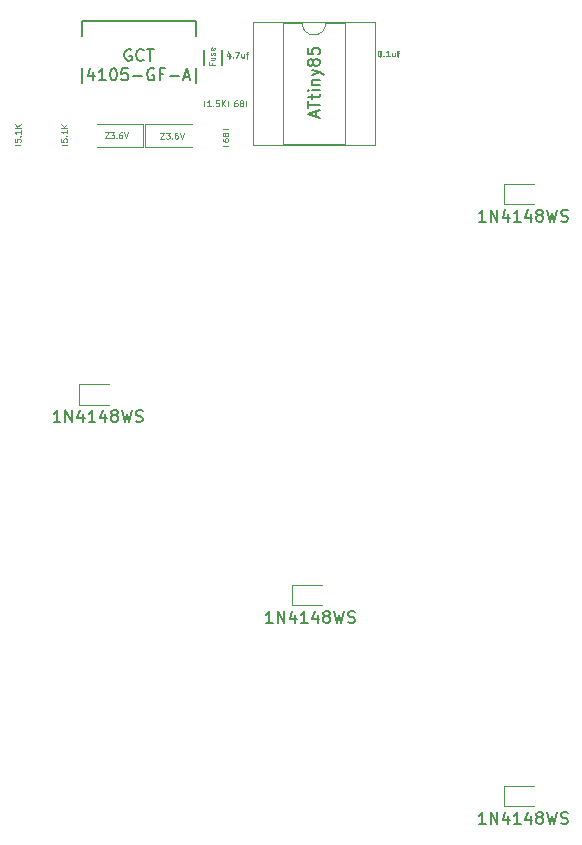
<source format=gbr>
G04 #@! TF.GenerationSoftware,KiCad,Pcbnew,5.1.10-88a1d61d58~90~ubuntu20.04.1*
G04 #@! TF.CreationDate,2021-09-03T02:40:30-04:00*
G04 #@! TF.ProjectId,charliepad,63686172-6c69-4657-9061-642e6b696361,rev?*
G04 #@! TF.SameCoordinates,Original*
G04 #@! TF.FileFunction,Legend,Top*
G04 #@! TF.FilePolarity,Positive*
%FSLAX46Y46*%
G04 Gerber Fmt 4.6, Leading zero omitted, Abs format (unit mm)*
G04 Created by KiCad (PCBNEW 5.1.10-88a1d61d58~90~ubuntu20.04.1) date 2021-09-03 02:40:30*
%MOMM*%
%LPD*%
G01*
G04 APERTURE LIST*
%ADD10C,0.125000*%
%ADD11C,0.150000*%
%ADD12C,0.203200*%
%ADD13C,0.120000*%
%ADD14C,0.200000*%
%ADD15C,0.010000*%
%ADD16R,1.800000X1.000000*%
%ADD17O,1.600000X1.600000*%
%ADD18R,1.600000X1.600000*%
%ADD19R,0.300000X1.150000*%
%ADD20R,0.600000X1.150000*%
%ADD21C,0.650000*%
%ADD22O,1.050000X2.100000*%
%ADD23O,1.000000X2.000000*%
%ADD24R,0.900000X1.200000*%
%ADD25C,1.701800*%
%ADD26C,0.990600*%
%ADD27C,2.032000*%
%ADD28C,3.429000*%
%ADD29R,0.600000X0.450000*%
G04 APERTURE END LIST*
D10*
X66664009Y-98836990D02*
X66997342Y-98836990D01*
X66664009Y-99336990D01*
X66997342Y-99336990D01*
X67140200Y-98836990D02*
X67449723Y-98836990D01*
X67283057Y-99027466D01*
X67354485Y-99027466D01*
X67402104Y-99051276D01*
X67425914Y-99075085D01*
X67449723Y-99122704D01*
X67449723Y-99241752D01*
X67425914Y-99289371D01*
X67402104Y-99313180D01*
X67354485Y-99336990D01*
X67211628Y-99336990D01*
X67164009Y-99313180D01*
X67140200Y-99289371D01*
X67664009Y-99289371D02*
X67687819Y-99313180D01*
X67664009Y-99336990D01*
X67640200Y-99313180D01*
X67664009Y-99289371D01*
X67664009Y-99336990D01*
X68116390Y-98836990D02*
X68021152Y-98836990D01*
X67973533Y-98860800D01*
X67949723Y-98884609D01*
X67902104Y-98956038D01*
X67878295Y-99051276D01*
X67878295Y-99241752D01*
X67902104Y-99289371D01*
X67925914Y-99313180D01*
X67973533Y-99336990D01*
X68068771Y-99336990D01*
X68116390Y-99313180D01*
X68140200Y-99289371D01*
X68164009Y-99241752D01*
X68164009Y-99122704D01*
X68140200Y-99075085D01*
X68116390Y-99051276D01*
X68068771Y-99027466D01*
X67973533Y-99027466D01*
X67925914Y-99051276D01*
X67902104Y-99075085D01*
X67878295Y-99122704D01*
X68306866Y-98836990D02*
X68473533Y-99336990D01*
X68640200Y-98836990D01*
X54336190Y-99370295D02*
X54336190Y-99608390D01*
X54574285Y-99632200D01*
X54550476Y-99608390D01*
X54526666Y-99560771D01*
X54526666Y-99441723D01*
X54550476Y-99394104D01*
X54574285Y-99370295D01*
X54621904Y-99346485D01*
X54740952Y-99346485D01*
X54788571Y-99370295D01*
X54812380Y-99394104D01*
X54836190Y-99441723D01*
X54836190Y-99560771D01*
X54812380Y-99608390D01*
X54788571Y-99632200D01*
X54788571Y-99132200D02*
X54812380Y-99108390D01*
X54836190Y-99132200D01*
X54812380Y-99156009D01*
X54788571Y-99132200D01*
X54836190Y-99132200D01*
X54836190Y-98632200D02*
X54836190Y-98917914D01*
X54836190Y-98775057D02*
X54336190Y-98775057D01*
X54407619Y-98822676D01*
X54455238Y-98870295D01*
X54479047Y-98917914D01*
X54836190Y-98417914D02*
X54336190Y-98417914D01*
X54836190Y-98132200D02*
X54550476Y-98346485D01*
X54336190Y-98132200D02*
X54621904Y-98417914D01*
X71938390Y-99355257D02*
X71938390Y-99450495D01*
X71962200Y-99498114D01*
X71986009Y-99521923D01*
X72057438Y-99569542D01*
X72152676Y-99593352D01*
X72343152Y-99593352D01*
X72390771Y-99569542D01*
X72414580Y-99545733D01*
X72438390Y-99498114D01*
X72438390Y-99402876D01*
X72414580Y-99355257D01*
X72390771Y-99331447D01*
X72343152Y-99307638D01*
X72224104Y-99307638D01*
X72176485Y-99331447D01*
X72152676Y-99355257D01*
X72128866Y-99402876D01*
X72128866Y-99498114D01*
X72152676Y-99545733D01*
X72176485Y-99569542D01*
X72224104Y-99593352D01*
X72152676Y-99021923D02*
X72128866Y-99069542D01*
X72105057Y-99093352D01*
X72057438Y-99117161D01*
X72033628Y-99117161D01*
X71986009Y-99093352D01*
X71962200Y-99069542D01*
X71938390Y-99021923D01*
X71938390Y-98926685D01*
X71962200Y-98879066D01*
X71986009Y-98855257D01*
X72033628Y-98831447D01*
X72057438Y-98831447D01*
X72105057Y-98855257D01*
X72128866Y-98879066D01*
X72152676Y-98926685D01*
X72152676Y-99021923D01*
X72176485Y-99069542D01*
X72200295Y-99093352D01*
X72247914Y-99117161D01*
X72343152Y-99117161D01*
X72390771Y-99093352D01*
X72414580Y-99069542D01*
X72438390Y-99021923D01*
X72438390Y-98926685D01*
X72414580Y-98879066D01*
X72390771Y-98855257D01*
X72343152Y-98831447D01*
X72247914Y-98831447D01*
X72200295Y-98855257D01*
X72176485Y-98879066D01*
X72152676Y-98926685D01*
D11*
X94218523Y-106370380D02*
X93647095Y-106370380D01*
X93932809Y-106370380D02*
X93932809Y-105370380D01*
X93837571Y-105513238D01*
X93742333Y-105608476D01*
X93647095Y-105656095D01*
X94647095Y-106370380D02*
X94647095Y-105370380D01*
X95218523Y-106370380D01*
X95218523Y-105370380D01*
X96123285Y-105703714D02*
X96123285Y-106370380D01*
X95885190Y-105322761D02*
X95647095Y-106037047D01*
X96266142Y-106037047D01*
X97170904Y-106370380D02*
X96599476Y-106370380D01*
X96885190Y-106370380D02*
X96885190Y-105370380D01*
X96789952Y-105513238D01*
X96694714Y-105608476D01*
X96599476Y-105656095D01*
X98028047Y-105703714D02*
X98028047Y-106370380D01*
X97789952Y-105322761D02*
X97551857Y-106037047D01*
X98170904Y-106037047D01*
X98694714Y-105798952D02*
X98599476Y-105751333D01*
X98551857Y-105703714D01*
X98504238Y-105608476D01*
X98504238Y-105560857D01*
X98551857Y-105465619D01*
X98599476Y-105418000D01*
X98694714Y-105370380D01*
X98885190Y-105370380D01*
X98980428Y-105418000D01*
X99028047Y-105465619D01*
X99075666Y-105560857D01*
X99075666Y-105608476D01*
X99028047Y-105703714D01*
X98980428Y-105751333D01*
X98885190Y-105798952D01*
X98694714Y-105798952D01*
X98599476Y-105846571D01*
X98551857Y-105894190D01*
X98504238Y-105989428D01*
X98504238Y-106179904D01*
X98551857Y-106275142D01*
X98599476Y-106322761D01*
X98694714Y-106370380D01*
X98885190Y-106370380D01*
X98980428Y-106322761D01*
X99028047Y-106275142D01*
X99075666Y-106179904D01*
X99075666Y-105989428D01*
X99028047Y-105894190D01*
X98980428Y-105846571D01*
X98885190Y-105798952D01*
X99409000Y-105370380D02*
X99647095Y-106370380D01*
X99837571Y-105656095D01*
X100028047Y-106370380D01*
X100266142Y-105370380D01*
X100599476Y-106322761D02*
X100742333Y-106370380D01*
X100980428Y-106370380D01*
X101075666Y-106322761D01*
X101123285Y-106275142D01*
X101170904Y-106179904D01*
X101170904Y-106084666D01*
X101123285Y-105989428D01*
X101075666Y-105941809D01*
X100980428Y-105894190D01*
X100789952Y-105846571D01*
X100694714Y-105798952D01*
X100647095Y-105751333D01*
X100599476Y-105656095D01*
X100599476Y-105560857D01*
X100647095Y-105465619D01*
X100694714Y-105418000D01*
X100789952Y-105370380D01*
X101028047Y-105370380D01*
X101170904Y-105418000D01*
X58214023Y-123324880D02*
X57642595Y-123324880D01*
X57928309Y-123324880D02*
X57928309Y-122324880D01*
X57833071Y-122467738D01*
X57737833Y-122562976D01*
X57642595Y-122610595D01*
X58642595Y-123324880D02*
X58642595Y-122324880D01*
X59214023Y-123324880D01*
X59214023Y-122324880D01*
X60118785Y-122658214D02*
X60118785Y-123324880D01*
X59880690Y-122277261D02*
X59642595Y-122991547D01*
X60261642Y-122991547D01*
X61166404Y-123324880D02*
X60594976Y-123324880D01*
X60880690Y-123324880D02*
X60880690Y-122324880D01*
X60785452Y-122467738D01*
X60690214Y-122562976D01*
X60594976Y-122610595D01*
X62023547Y-122658214D02*
X62023547Y-123324880D01*
X61785452Y-122277261D02*
X61547357Y-122991547D01*
X62166404Y-122991547D01*
X62690214Y-122753452D02*
X62594976Y-122705833D01*
X62547357Y-122658214D01*
X62499738Y-122562976D01*
X62499738Y-122515357D01*
X62547357Y-122420119D01*
X62594976Y-122372500D01*
X62690214Y-122324880D01*
X62880690Y-122324880D01*
X62975928Y-122372500D01*
X63023547Y-122420119D01*
X63071166Y-122515357D01*
X63071166Y-122562976D01*
X63023547Y-122658214D01*
X62975928Y-122705833D01*
X62880690Y-122753452D01*
X62690214Y-122753452D01*
X62594976Y-122801071D01*
X62547357Y-122848690D01*
X62499738Y-122943928D01*
X62499738Y-123134404D01*
X62547357Y-123229642D01*
X62594976Y-123277261D01*
X62690214Y-123324880D01*
X62880690Y-123324880D01*
X62975928Y-123277261D01*
X63023547Y-123229642D01*
X63071166Y-123134404D01*
X63071166Y-122943928D01*
X63023547Y-122848690D01*
X62975928Y-122801071D01*
X62880690Y-122753452D01*
X63404500Y-122324880D02*
X63642595Y-123324880D01*
X63833071Y-122610595D01*
X64023547Y-123324880D01*
X64261642Y-122324880D01*
X64594976Y-123277261D02*
X64737833Y-123324880D01*
X64975928Y-123324880D01*
X65071166Y-123277261D01*
X65118785Y-123229642D01*
X65166404Y-123134404D01*
X65166404Y-123039166D01*
X65118785Y-122943928D01*
X65071166Y-122896309D01*
X64975928Y-122848690D01*
X64785452Y-122801071D01*
X64690214Y-122753452D01*
X64642595Y-122705833D01*
X64594976Y-122610595D01*
X64594976Y-122515357D01*
X64642595Y-122420119D01*
X64690214Y-122372500D01*
X64785452Y-122324880D01*
X65023547Y-122324880D01*
X65166404Y-122372500D01*
X76184523Y-140342880D02*
X75613095Y-140342880D01*
X75898809Y-140342880D02*
X75898809Y-139342880D01*
X75803571Y-139485738D01*
X75708333Y-139580976D01*
X75613095Y-139628595D01*
X76613095Y-140342880D02*
X76613095Y-139342880D01*
X77184523Y-140342880D01*
X77184523Y-139342880D01*
X78089285Y-139676214D02*
X78089285Y-140342880D01*
X77851190Y-139295261D02*
X77613095Y-140009547D01*
X78232142Y-140009547D01*
X79136904Y-140342880D02*
X78565476Y-140342880D01*
X78851190Y-140342880D02*
X78851190Y-139342880D01*
X78755952Y-139485738D01*
X78660714Y-139580976D01*
X78565476Y-139628595D01*
X79994047Y-139676214D02*
X79994047Y-140342880D01*
X79755952Y-139295261D02*
X79517857Y-140009547D01*
X80136904Y-140009547D01*
X80660714Y-139771452D02*
X80565476Y-139723833D01*
X80517857Y-139676214D01*
X80470238Y-139580976D01*
X80470238Y-139533357D01*
X80517857Y-139438119D01*
X80565476Y-139390500D01*
X80660714Y-139342880D01*
X80851190Y-139342880D01*
X80946428Y-139390500D01*
X80994047Y-139438119D01*
X81041666Y-139533357D01*
X81041666Y-139580976D01*
X80994047Y-139676214D01*
X80946428Y-139723833D01*
X80851190Y-139771452D01*
X80660714Y-139771452D01*
X80565476Y-139819071D01*
X80517857Y-139866690D01*
X80470238Y-139961928D01*
X80470238Y-140152404D01*
X80517857Y-140247642D01*
X80565476Y-140295261D01*
X80660714Y-140342880D01*
X80851190Y-140342880D01*
X80946428Y-140295261D01*
X80994047Y-140247642D01*
X81041666Y-140152404D01*
X81041666Y-139961928D01*
X80994047Y-139866690D01*
X80946428Y-139819071D01*
X80851190Y-139771452D01*
X81375000Y-139342880D02*
X81613095Y-140342880D01*
X81803571Y-139628595D01*
X81994047Y-140342880D01*
X82232142Y-139342880D01*
X82565476Y-140295261D02*
X82708333Y-140342880D01*
X82946428Y-140342880D01*
X83041666Y-140295261D01*
X83089285Y-140247642D01*
X83136904Y-140152404D01*
X83136904Y-140057166D01*
X83089285Y-139961928D01*
X83041666Y-139914309D01*
X82946428Y-139866690D01*
X82755952Y-139819071D01*
X82660714Y-139771452D01*
X82613095Y-139723833D01*
X82565476Y-139628595D01*
X82565476Y-139533357D01*
X82613095Y-139438119D01*
X82660714Y-139390500D01*
X82755952Y-139342880D01*
X82994047Y-139342880D01*
X83136904Y-139390500D01*
X94218523Y-157360880D02*
X93647095Y-157360880D01*
X93932809Y-157360880D02*
X93932809Y-156360880D01*
X93837571Y-156503738D01*
X93742333Y-156598976D01*
X93647095Y-156646595D01*
X94647095Y-157360880D02*
X94647095Y-156360880D01*
X95218523Y-157360880D01*
X95218523Y-156360880D01*
X96123285Y-156694214D02*
X96123285Y-157360880D01*
X95885190Y-156313261D02*
X95647095Y-157027547D01*
X96266142Y-157027547D01*
X97170904Y-157360880D02*
X96599476Y-157360880D01*
X96885190Y-157360880D02*
X96885190Y-156360880D01*
X96789952Y-156503738D01*
X96694714Y-156598976D01*
X96599476Y-156646595D01*
X98028047Y-156694214D02*
X98028047Y-157360880D01*
X97789952Y-156313261D02*
X97551857Y-157027547D01*
X98170904Y-157027547D01*
X98694714Y-156789452D02*
X98599476Y-156741833D01*
X98551857Y-156694214D01*
X98504238Y-156598976D01*
X98504238Y-156551357D01*
X98551857Y-156456119D01*
X98599476Y-156408500D01*
X98694714Y-156360880D01*
X98885190Y-156360880D01*
X98980428Y-156408500D01*
X99028047Y-156456119D01*
X99075666Y-156551357D01*
X99075666Y-156598976D01*
X99028047Y-156694214D01*
X98980428Y-156741833D01*
X98885190Y-156789452D01*
X98694714Y-156789452D01*
X98599476Y-156837071D01*
X98551857Y-156884690D01*
X98504238Y-156979928D01*
X98504238Y-157170404D01*
X98551857Y-157265642D01*
X98599476Y-157313261D01*
X98694714Y-157360880D01*
X98885190Y-157360880D01*
X98980428Y-157313261D01*
X99028047Y-157265642D01*
X99075666Y-157170404D01*
X99075666Y-156979928D01*
X99028047Y-156884690D01*
X98980428Y-156837071D01*
X98885190Y-156789452D01*
X99409000Y-156360880D02*
X99647095Y-157360880D01*
X99837571Y-156646595D01*
X100028047Y-157360880D01*
X100266142Y-156360880D01*
X100599476Y-157313261D02*
X100742333Y-157360880D01*
X100980428Y-157360880D01*
X101075666Y-157313261D01*
X101123285Y-157265642D01*
X101170904Y-157170404D01*
X101170904Y-157075166D01*
X101123285Y-156979928D01*
X101075666Y-156932309D01*
X100980428Y-156884690D01*
X100789952Y-156837071D01*
X100694714Y-156789452D01*
X100647095Y-156741833D01*
X100599476Y-156646595D01*
X100599476Y-156551357D01*
X100647095Y-156456119D01*
X100694714Y-156408500D01*
X100789952Y-156360880D01*
X101028047Y-156360880D01*
X101170904Y-156408500D01*
D10*
X61965009Y-98811590D02*
X62298342Y-98811590D01*
X61965009Y-99311590D01*
X62298342Y-99311590D01*
X62441200Y-98811590D02*
X62750723Y-98811590D01*
X62584057Y-99002066D01*
X62655485Y-99002066D01*
X62703104Y-99025876D01*
X62726914Y-99049685D01*
X62750723Y-99097304D01*
X62750723Y-99216352D01*
X62726914Y-99263971D01*
X62703104Y-99287780D01*
X62655485Y-99311590D01*
X62512628Y-99311590D01*
X62465009Y-99287780D01*
X62441200Y-99263971D01*
X62965009Y-99263971D02*
X62988819Y-99287780D01*
X62965009Y-99311590D01*
X62941200Y-99287780D01*
X62965009Y-99263971D01*
X62965009Y-99311590D01*
X63417390Y-98811590D02*
X63322152Y-98811590D01*
X63274533Y-98835400D01*
X63250723Y-98859209D01*
X63203104Y-98930638D01*
X63179295Y-99025876D01*
X63179295Y-99216352D01*
X63203104Y-99263971D01*
X63226914Y-99287780D01*
X63274533Y-99311590D01*
X63369771Y-99311590D01*
X63417390Y-99287780D01*
X63441200Y-99263971D01*
X63465009Y-99216352D01*
X63465009Y-99097304D01*
X63441200Y-99049685D01*
X63417390Y-99025876D01*
X63369771Y-99002066D01*
X63274533Y-99002066D01*
X63226914Y-99025876D01*
X63203104Y-99049685D01*
X63179295Y-99097304D01*
X63607866Y-98811590D02*
X63774533Y-99311590D01*
X63941200Y-98811590D01*
X71008085Y-92951228D02*
X71008085Y-93117895D01*
X71269990Y-93117895D02*
X70769990Y-93117895D01*
X70769990Y-92879800D01*
X70936657Y-92475038D02*
X71269990Y-92475038D01*
X70936657Y-92689323D02*
X71198561Y-92689323D01*
X71246180Y-92665514D01*
X71269990Y-92617895D01*
X71269990Y-92546466D01*
X71246180Y-92498847D01*
X71222371Y-92475038D01*
X71246180Y-92260752D02*
X71269990Y-92213133D01*
X71269990Y-92117895D01*
X71246180Y-92070276D01*
X71198561Y-92046466D01*
X71174752Y-92046466D01*
X71127133Y-92070276D01*
X71103323Y-92117895D01*
X71103323Y-92189323D01*
X71079514Y-92236942D01*
X71031895Y-92260752D01*
X71008085Y-92260752D01*
X70960466Y-92236942D01*
X70936657Y-92189323D01*
X70936657Y-92117895D01*
X70960466Y-92070276D01*
X71246180Y-91641704D02*
X71269990Y-91689323D01*
X71269990Y-91784561D01*
X71246180Y-91832180D01*
X71198561Y-91855990D01*
X71008085Y-91855990D01*
X70960466Y-91832180D01*
X70936657Y-91784561D01*
X70936657Y-91689323D01*
X70960466Y-91641704D01*
X71008085Y-91617895D01*
X71055704Y-91617895D01*
X71103323Y-91855990D01*
X70935114Y-96593790D02*
X70649400Y-96593790D01*
X70792257Y-96593790D02*
X70792257Y-96093790D01*
X70744638Y-96165219D01*
X70697019Y-96212838D01*
X70649400Y-96236647D01*
X71149400Y-96546171D02*
X71173209Y-96569980D01*
X71149400Y-96593790D01*
X71125590Y-96569980D01*
X71149400Y-96546171D01*
X71149400Y-96593790D01*
X71625590Y-96093790D02*
X71387495Y-96093790D01*
X71363685Y-96331885D01*
X71387495Y-96308076D01*
X71435114Y-96284266D01*
X71554161Y-96284266D01*
X71601780Y-96308076D01*
X71625590Y-96331885D01*
X71649400Y-96379504D01*
X71649400Y-96498552D01*
X71625590Y-96546171D01*
X71601780Y-96569980D01*
X71554161Y-96593790D01*
X71435114Y-96593790D01*
X71387495Y-96569980D01*
X71363685Y-96546171D01*
X71863685Y-96593790D02*
X71863685Y-96093790D01*
X72149400Y-96593790D02*
X71935114Y-96308076D01*
X72149400Y-96093790D02*
X71863685Y-96379504D01*
X73161542Y-96093790D02*
X73066304Y-96093790D01*
X73018685Y-96117600D01*
X72994876Y-96141409D01*
X72947257Y-96212838D01*
X72923447Y-96308076D01*
X72923447Y-96498552D01*
X72947257Y-96546171D01*
X72971066Y-96569980D01*
X73018685Y-96593790D01*
X73113923Y-96593790D01*
X73161542Y-96569980D01*
X73185352Y-96546171D01*
X73209161Y-96498552D01*
X73209161Y-96379504D01*
X73185352Y-96331885D01*
X73161542Y-96308076D01*
X73113923Y-96284266D01*
X73018685Y-96284266D01*
X72971066Y-96308076D01*
X72947257Y-96331885D01*
X72923447Y-96379504D01*
X73494876Y-96308076D02*
X73447257Y-96284266D01*
X73423447Y-96260457D01*
X73399638Y-96212838D01*
X73399638Y-96189028D01*
X73423447Y-96141409D01*
X73447257Y-96117600D01*
X73494876Y-96093790D01*
X73590114Y-96093790D01*
X73637733Y-96117600D01*
X73661542Y-96141409D01*
X73685352Y-96189028D01*
X73685352Y-96212838D01*
X73661542Y-96260457D01*
X73637733Y-96284266D01*
X73590114Y-96308076D01*
X73494876Y-96308076D01*
X73447257Y-96331885D01*
X73423447Y-96355695D01*
X73399638Y-96403314D01*
X73399638Y-96498552D01*
X73423447Y-96546171D01*
X73447257Y-96569980D01*
X73494876Y-96593790D01*
X73590114Y-96593790D01*
X73637733Y-96569980D01*
X73661542Y-96546171D01*
X73685352Y-96498552D01*
X73685352Y-96403314D01*
X73661542Y-96355695D01*
X73637733Y-96331885D01*
X73590114Y-96308076D01*
X85203600Y-91877390D02*
X85251219Y-91877390D01*
X85298838Y-91901200D01*
X85322647Y-91925009D01*
X85346457Y-91972628D01*
X85370266Y-92067866D01*
X85370266Y-92186914D01*
X85346457Y-92282152D01*
X85322647Y-92329771D01*
X85298838Y-92353580D01*
X85251219Y-92377390D01*
X85203600Y-92377390D01*
X85155980Y-92353580D01*
X85132171Y-92329771D01*
X85108361Y-92282152D01*
X85084552Y-92186914D01*
X85084552Y-92067866D01*
X85108361Y-91972628D01*
X85132171Y-91925009D01*
X85155980Y-91901200D01*
X85203600Y-91877390D01*
X85584552Y-92329771D02*
X85608361Y-92353580D01*
X85584552Y-92377390D01*
X85560742Y-92353580D01*
X85584552Y-92329771D01*
X85584552Y-92377390D01*
X86084552Y-92377390D02*
X85798838Y-92377390D01*
X85941695Y-92377390D02*
X85941695Y-91877390D01*
X85894076Y-91948819D01*
X85846457Y-91996438D01*
X85798838Y-92020247D01*
X86513123Y-92044057D02*
X86513123Y-92377390D01*
X86298838Y-92044057D02*
X86298838Y-92305961D01*
X86322647Y-92353580D01*
X86370266Y-92377390D01*
X86441695Y-92377390D01*
X86489314Y-92353580D01*
X86513123Y-92329771D01*
X86679790Y-92044057D02*
X86870266Y-92044057D01*
X86751219Y-92377390D02*
X86751219Y-91948819D01*
X86775028Y-91901200D01*
X86822647Y-91877390D01*
X86870266Y-91877390D01*
X72546447Y-92145657D02*
X72546447Y-92478990D01*
X72427400Y-91955180D02*
X72308352Y-92312323D01*
X72617876Y-92312323D01*
X72808352Y-92431371D02*
X72832161Y-92455180D01*
X72808352Y-92478990D01*
X72784542Y-92455180D01*
X72808352Y-92431371D01*
X72808352Y-92478990D01*
X72998828Y-91978990D02*
X73332161Y-91978990D01*
X73117876Y-92478990D01*
X73736923Y-92145657D02*
X73736923Y-92478990D01*
X73522638Y-92145657D02*
X73522638Y-92407561D01*
X73546447Y-92455180D01*
X73594066Y-92478990D01*
X73665495Y-92478990D01*
X73713114Y-92455180D01*
X73736923Y-92431371D01*
X73903590Y-92145657D02*
X74094066Y-92145657D01*
X73975019Y-92478990D02*
X73975019Y-92050419D01*
X73998828Y-92002800D01*
X74046447Y-91978990D01*
X74094066Y-91978990D01*
X58273190Y-99344895D02*
X58273190Y-99582990D01*
X58511285Y-99606800D01*
X58487476Y-99582990D01*
X58463666Y-99535371D01*
X58463666Y-99416323D01*
X58487476Y-99368704D01*
X58511285Y-99344895D01*
X58558904Y-99321085D01*
X58677952Y-99321085D01*
X58725571Y-99344895D01*
X58749380Y-99368704D01*
X58773190Y-99416323D01*
X58773190Y-99535371D01*
X58749380Y-99582990D01*
X58725571Y-99606800D01*
X58725571Y-99106800D02*
X58749380Y-99082990D01*
X58773190Y-99106800D01*
X58749380Y-99130609D01*
X58725571Y-99106800D01*
X58773190Y-99106800D01*
X58773190Y-98606800D02*
X58773190Y-98892514D01*
X58773190Y-98749657D02*
X58273190Y-98749657D01*
X58344619Y-98797276D01*
X58392238Y-98844895D01*
X58416047Y-98892514D01*
X58773190Y-98392514D02*
X58273190Y-98392514D01*
X58773190Y-98106800D02*
X58487476Y-98321085D01*
X58273190Y-98106800D02*
X58558904Y-98392514D01*
D11*
X64201752Y-91791400D02*
X64106514Y-91743780D01*
X63963657Y-91743780D01*
X63820800Y-91791400D01*
X63725561Y-91886638D01*
X63677942Y-91981876D01*
X63630323Y-92172352D01*
X63630323Y-92315209D01*
X63677942Y-92505685D01*
X63725561Y-92600923D01*
X63820800Y-92696161D01*
X63963657Y-92743780D01*
X64058895Y-92743780D01*
X64201752Y-92696161D01*
X64249371Y-92648542D01*
X64249371Y-92315209D01*
X64058895Y-92315209D01*
X65249371Y-92648542D02*
X65201752Y-92696161D01*
X65058895Y-92743780D01*
X64963657Y-92743780D01*
X64820800Y-92696161D01*
X64725561Y-92600923D01*
X64677942Y-92505685D01*
X64630323Y-92315209D01*
X64630323Y-92172352D01*
X64677942Y-91981876D01*
X64725561Y-91886638D01*
X64820800Y-91791400D01*
X64963657Y-91743780D01*
X65058895Y-91743780D01*
X65201752Y-91791400D01*
X65249371Y-91839019D01*
X65535085Y-91743780D02*
X66106514Y-91743780D01*
X65820800Y-92743780D02*
X65820800Y-91743780D01*
X60987466Y-93727114D02*
X60987466Y-94393780D01*
X60749371Y-93346161D02*
X60511276Y-94060447D01*
X61130323Y-94060447D01*
X62035085Y-94393780D02*
X61463657Y-94393780D01*
X61749371Y-94393780D02*
X61749371Y-93393780D01*
X61654133Y-93536638D01*
X61558895Y-93631876D01*
X61463657Y-93679495D01*
X62654133Y-93393780D02*
X62749371Y-93393780D01*
X62844609Y-93441400D01*
X62892228Y-93489019D01*
X62939847Y-93584257D01*
X62987466Y-93774733D01*
X62987466Y-94012828D01*
X62939847Y-94203304D01*
X62892228Y-94298542D01*
X62844609Y-94346161D01*
X62749371Y-94393780D01*
X62654133Y-94393780D01*
X62558895Y-94346161D01*
X62511276Y-94298542D01*
X62463657Y-94203304D01*
X62416038Y-94012828D01*
X62416038Y-93774733D01*
X62463657Y-93584257D01*
X62511276Y-93489019D01*
X62558895Y-93441400D01*
X62654133Y-93393780D01*
X63892228Y-93393780D02*
X63416038Y-93393780D01*
X63368419Y-93869971D01*
X63416038Y-93822352D01*
X63511276Y-93774733D01*
X63749371Y-93774733D01*
X63844609Y-93822352D01*
X63892228Y-93869971D01*
X63939847Y-93965209D01*
X63939847Y-94203304D01*
X63892228Y-94298542D01*
X63844609Y-94346161D01*
X63749371Y-94393780D01*
X63511276Y-94393780D01*
X63416038Y-94346161D01*
X63368419Y-94298542D01*
X64368419Y-94012828D02*
X65130323Y-94012828D01*
X66130323Y-93441400D02*
X66035085Y-93393780D01*
X65892228Y-93393780D01*
X65749371Y-93441400D01*
X65654133Y-93536638D01*
X65606514Y-93631876D01*
X65558895Y-93822352D01*
X65558895Y-93965209D01*
X65606514Y-94155685D01*
X65654133Y-94250923D01*
X65749371Y-94346161D01*
X65892228Y-94393780D01*
X65987466Y-94393780D01*
X66130323Y-94346161D01*
X66177942Y-94298542D01*
X66177942Y-93965209D01*
X65987466Y-93965209D01*
X66939847Y-93869971D02*
X66606514Y-93869971D01*
X66606514Y-94393780D02*
X66606514Y-93393780D01*
X67082704Y-93393780D01*
X67463657Y-94012828D02*
X68225561Y-94012828D01*
X68654133Y-94108066D02*
X69130323Y-94108066D01*
X68558895Y-94393780D02*
X68892228Y-93393780D01*
X69225561Y-94393780D01*
X79871866Y-97492771D02*
X79871866Y-97016580D01*
X80157580Y-97588009D02*
X79157580Y-97254676D01*
X80157580Y-96921342D01*
X79157580Y-96730866D02*
X79157580Y-96159438D01*
X80157580Y-96445152D02*
X79157580Y-96445152D01*
X79490914Y-95968961D02*
X79490914Y-95588009D01*
X79157580Y-95826104D02*
X80014723Y-95826104D01*
X80109961Y-95778485D01*
X80157580Y-95683247D01*
X80157580Y-95588009D01*
X80157580Y-95254676D02*
X79490914Y-95254676D01*
X79157580Y-95254676D02*
X79205200Y-95302295D01*
X79252819Y-95254676D01*
X79205200Y-95207057D01*
X79157580Y-95254676D01*
X79252819Y-95254676D01*
X79490914Y-94778485D02*
X80157580Y-94778485D01*
X79586152Y-94778485D02*
X79538533Y-94730866D01*
X79490914Y-94635628D01*
X79490914Y-94492771D01*
X79538533Y-94397533D01*
X79633771Y-94349914D01*
X80157580Y-94349914D01*
X79490914Y-93968961D02*
X80157580Y-93730866D01*
X79490914Y-93492771D02*
X80157580Y-93730866D01*
X80395676Y-93826104D01*
X80443295Y-93873723D01*
X80490914Y-93968961D01*
X79586152Y-92968961D02*
X79538533Y-93064200D01*
X79490914Y-93111819D01*
X79395676Y-93159438D01*
X79348057Y-93159438D01*
X79252819Y-93111819D01*
X79205200Y-93064200D01*
X79157580Y-92968961D01*
X79157580Y-92778485D01*
X79205200Y-92683247D01*
X79252819Y-92635628D01*
X79348057Y-92588009D01*
X79395676Y-92588009D01*
X79490914Y-92635628D01*
X79538533Y-92683247D01*
X79586152Y-92778485D01*
X79586152Y-92968961D01*
X79633771Y-93064200D01*
X79681390Y-93111819D01*
X79776628Y-93159438D01*
X79967104Y-93159438D01*
X80062342Y-93111819D01*
X80109961Y-93064200D01*
X80157580Y-92968961D01*
X80157580Y-92778485D01*
X80109961Y-92683247D01*
X80062342Y-92635628D01*
X79967104Y-92588009D01*
X79776628Y-92588009D01*
X79681390Y-92635628D01*
X79633771Y-92683247D01*
X79586152Y-92778485D01*
X79157580Y-91683247D02*
X79157580Y-92159438D01*
X79633771Y-92207057D01*
X79586152Y-92159438D01*
X79538533Y-92064200D01*
X79538533Y-91826104D01*
X79586152Y-91730866D01*
X79633771Y-91683247D01*
X79729009Y-91635628D01*
X79967104Y-91635628D01*
X80062342Y-91683247D01*
X80109961Y-91730866D01*
X80157580Y-91826104D01*
X80157580Y-92064200D01*
X80109961Y-92159438D01*
X80062342Y-92207057D01*
D12*
G04 #@! TO.C,F1*
X71856600Y-91795600D02*
X71856600Y-93065600D01*
X70332600Y-93065600D02*
X70332600Y-91795600D01*
D13*
G04 #@! TO.C,U1*
X84819800Y-89491200D02*
X74539800Y-89491200D01*
X84819800Y-99891200D02*
X84819800Y-89491200D01*
X74539800Y-99891200D02*
X84819800Y-99891200D01*
X74539800Y-89491200D02*
X74539800Y-99891200D01*
X82329800Y-89551200D02*
X80679800Y-89551200D01*
X82329800Y-99831200D02*
X82329800Y-89551200D01*
X77029800Y-99831200D02*
X82329800Y-99831200D01*
X77029800Y-89551200D02*
X77029800Y-99831200D01*
X78679800Y-89551200D02*
X77029800Y-89551200D01*
X80679800Y-89551200D02*
G75*
G02*
X78679800Y-89551200I-1000000J0D01*
G01*
D14*
G04 #@! TO.C,J1*
X69661600Y-90653400D02*
X69661600Y-89373400D01*
X69661600Y-89373400D02*
X60081600Y-89373400D01*
X60081600Y-89373400D02*
X60081600Y-90653400D01*
X69661600Y-94623400D02*
X69661600Y-93373400D01*
X60081600Y-94623400D02*
X60081600Y-93373400D01*
D13*
G04 #@! TO.C,R5*
X58774064Y-99871200D02*
X58319936Y-99871200D01*
X58774064Y-98401200D02*
X58319936Y-98401200D01*
G04 #@! TO.C,R4*
X54786264Y-99871200D02*
X54332136Y-99871200D01*
X54786264Y-98401200D02*
X54332136Y-98401200D01*
G04 #@! TO.C,D2*
X65415600Y-98060000D02*
X65415600Y-100060000D01*
X65415600Y-100060000D02*
X69315600Y-100060000D01*
X65415600Y-98060000D02*
X69315600Y-98060000D01*
G04 #@! TO.C,D1*
X65191200Y-100060000D02*
X65191200Y-98060000D01*
X65191200Y-98060000D02*
X61291200Y-98060000D01*
X65191200Y-100060000D02*
X61291200Y-100060000D01*
G04 #@! TO.C,R2*
X72442400Y-96115136D02*
X72442400Y-96569264D01*
X73912400Y-96115136D02*
X73912400Y-96569264D01*
G04 #@! TO.C,R3*
X72413864Y-98477400D02*
X71959736Y-98477400D01*
X72413864Y-99947400D02*
X71959736Y-99947400D01*
G04 #@! TO.C,R1*
X71855000Y-96569264D02*
X71855000Y-96115136D01*
X70385000Y-96569264D02*
X70385000Y-96115136D01*
G04 #@! TO.C,D6*
X95800000Y-154150000D02*
X98350000Y-154150000D01*
X95800000Y-155850000D02*
X98350000Y-155850000D01*
X95800000Y-154150000D02*
X95800000Y-155850000D01*
G04 #@! TO.C,D5*
X77800000Y-137150000D02*
X80350000Y-137150000D01*
X77800000Y-138850000D02*
X80350000Y-138850000D01*
X77800000Y-137150000D02*
X77800000Y-138850000D01*
G04 #@! TO.C,D4*
X59800000Y-120150000D02*
X62350000Y-120150000D01*
X59800000Y-121850000D02*
X62350000Y-121850000D01*
X59800000Y-120150000D02*
X59800000Y-121850000D01*
G04 #@! TO.C,D3*
X95800000Y-103150000D02*
X98350000Y-103150000D01*
X95800000Y-104850000D02*
X98350000Y-104850000D01*
X95800000Y-103150000D02*
X95800000Y-104850000D01*
G04 #@! TO.C,C2*
X85294800Y-91940748D02*
X85294800Y-92463252D01*
X86764800Y-91940748D02*
X86764800Y-92463252D01*
G04 #@! TO.C,C1*
X73988600Y-92615652D02*
X73988600Y-92093148D01*
X72518600Y-92615652D02*
X72518600Y-92093148D01*
G04 #@! TD*
%LPC*%
D15*
G04 #@! TO.C,G\u002A\u002A\u002A*
G36*
X86361834Y-96481086D02*
G01*
X86559442Y-96443092D01*
X86746130Y-96445436D01*
X86922953Y-96488149D01*
X87090970Y-96571260D01*
X87115353Y-96587130D01*
X87205794Y-96651998D01*
X87261057Y-96703307D01*
X87284144Y-96745791D01*
X87278053Y-96784185D01*
X87257563Y-96811661D01*
X87224203Y-96840948D01*
X87193085Y-96847472D01*
X87154008Y-96828965D01*
X87096770Y-96783160D01*
X87085569Y-96773429D01*
X86993819Y-96707727D01*
X86885587Y-96651883D01*
X86777104Y-96613203D01*
X86698949Y-96599394D01*
X86615983Y-96603558D01*
X86508276Y-96621785D01*
X86389787Y-96650978D01*
X86274474Y-96688038D01*
X86239875Y-96701314D01*
X86064445Y-96789373D01*
X85926387Y-96897310D01*
X85825679Y-97025157D01*
X85762299Y-97172947D01*
X85736226Y-97340712D01*
X85738434Y-97450395D01*
X85746466Y-97548348D01*
X85753488Y-97610720D01*
X85761538Y-97644154D01*
X85772658Y-97655292D01*
X85788889Y-97650777D01*
X85798358Y-97645435D01*
X85815703Y-97637614D01*
X85809495Y-97644747D01*
X85804396Y-97676363D01*
X85822053Y-97742925D01*
X85842712Y-97797594D01*
X85874172Y-97870581D01*
X85898083Y-97911165D01*
X85920014Y-97927189D01*
X85935430Y-97928196D01*
X85948628Y-97929981D01*
X85923400Y-97940449D01*
X85923274Y-97940488D01*
X85872743Y-97956678D01*
X86067355Y-98437360D01*
X86129119Y-98589277D01*
X86178197Y-98707736D01*
X86217493Y-98798637D01*
X86249912Y-98867882D01*
X86278358Y-98921370D01*
X86305736Y-98965001D01*
X86334950Y-99004675D01*
X86364549Y-99041077D01*
X86498762Y-99176832D01*
X86640444Y-99271275D01*
X86789249Y-99324228D01*
X86944826Y-99335518D01*
X86950405Y-99335156D01*
X87115039Y-99309242D01*
X87281299Y-99257152D01*
X87438792Y-99183887D01*
X87577119Y-99094449D01*
X87685889Y-98993841D01*
X87703043Y-98972997D01*
X87762081Y-98874286D01*
X87808072Y-98753760D01*
X87834114Y-98631487D01*
X87837474Y-98582219D01*
X87845101Y-98525830D01*
X87862844Y-98489804D01*
X87868934Y-98485660D01*
X87926479Y-98476771D01*
X87978813Y-98490819D01*
X88006086Y-98518827D01*
X88011036Y-98567633D01*
X88002487Y-98643998D01*
X87983129Y-98736363D01*
X87955647Y-98833170D01*
X87922731Y-98922858D01*
X87901544Y-98968346D01*
X87845144Y-99064292D01*
X87781527Y-99143482D01*
X87703177Y-99211947D01*
X87602578Y-99275712D01*
X87472211Y-99340806D01*
X87393487Y-99375747D01*
X87292955Y-99418173D01*
X87203377Y-99454226D01*
X87133427Y-99480536D01*
X87091778Y-99493737D01*
X87087620Y-99494506D01*
X86889111Y-99502755D01*
X86705387Y-99476214D01*
X86541044Y-99415988D01*
X86410907Y-99331770D01*
X86356641Y-99280576D01*
X86288809Y-99207219D01*
X86218482Y-99123957D01*
X86186307Y-99083053D01*
X86147052Y-99031180D01*
X86114148Y-98985148D01*
X86084804Y-98939268D01*
X86056231Y-98887849D01*
X86025640Y-98825201D01*
X85990243Y-98745635D01*
X85947248Y-98643461D01*
X85893869Y-98512989D01*
X85832383Y-98361078D01*
X85766389Y-98197201D01*
X85714521Y-98066504D01*
X85674798Y-97963016D01*
X85654923Y-97907709D01*
X85821437Y-97840433D01*
X85843524Y-97892154D01*
X85855665Y-97913923D01*
X85855290Y-97901359D01*
X85834595Y-97840305D01*
X85807915Y-97783525D01*
X85797367Y-97768969D01*
X85802104Y-97789104D01*
X85821089Y-97839566D01*
X85821437Y-97840433D01*
X85654923Y-97907709D01*
X85645241Y-97880768D01*
X85623869Y-97813789D01*
X85608701Y-97756110D01*
X85597755Y-97701760D01*
X85589054Y-97644770D01*
X85585286Y-97616238D01*
X85569302Y-97395865D01*
X85583060Y-97203964D01*
X85628336Y-97037229D01*
X85706901Y-96892355D01*
X85820529Y-96766035D01*
X85970994Y-96654966D01*
X86152248Y-96559387D01*
X86361834Y-96481086D01*
G37*
X86361834Y-96481086D02*
X86559442Y-96443092D01*
X86746130Y-96445436D01*
X86922953Y-96488149D01*
X87090970Y-96571260D01*
X87115353Y-96587130D01*
X87205794Y-96651998D01*
X87261057Y-96703307D01*
X87284144Y-96745791D01*
X87278053Y-96784185D01*
X87257563Y-96811661D01*
X87224203Y-96840948D01*
X87193085Y-96847472D01*
X87154008Y-96828965D01*
X87096770Y-96783160D01*
X87085569Y-96773429D01*
X86993819Y-96707727D01*
X86885587Y-96651883D01*
X86777104Y-96613203D01*
X86698949Y-96599394D01*
X86615983Y-96603558D01*
X86508276Y-96621785D01*
X86389787Y-96650978D01*
X86274474Y-96688038D01*
X86239875Y-96701314D01*
X86064445Y-96789373D01*
X85926387Y-96897310D01*
X85825679Y-97025157D01*
X85762299Y-97172947D01*
X85736226Y-97340712D01*
X85738434Y-97450395D01*
X85746466Y-97548348D01*
X85753488Y-97610720D01*
X85761538Y-97644154D01*
X85772658Y-97655292D01*
X85788889Y-97650777D01*
X85798358Y-97645435D01*
X85815703Y-97637614D01*
X85809495Y-97644747D01*
X85804396Y-97676363D01*
X85822053Y-97742925D01*
X85842712Y-97797594D01*
X85874172Y-97870581D01*
X85898083Y-97911165D01*
X85920014Y-97927189D01*
X85935430Y-97928196D01*
X85948628Y-97929981D01*
X85923400Y-97940449D01*
X85923274Y-97940488D01*
X85872743Y-97956678D01*
X86067355Y-98437360D01*
X86129119Y-98589277D01*
X86178197Y-98707736D01*
X86217493Y-98798637D01*
X86249912Y-98867882D01*
X86278358Y-98921370D01*
X86305736Y-98965001D01*
X86334950Y-99004675D01*
X86364549Y-99041077D01*
X86498762Y-99176832D01*
X86640444Y-99271275D01*
X86789249Y-99324228D01*
X86944826Y-99335518D01*
X86950405Y-99335156D01*
X87115039Y-99309242D01*
X87281299Y-99257152D01*
X87438792Y-99183887D01*
X87577119Y-99094449D01*
X87685889Y-98993841D01*
X87703043Y-98972997D01*
X87762081Y-98874286D01*
X87808072Y-98753760D01*
X87834114Y-98631487D01*
X87837474Y-98582219D01*
X87845101Y-98525830D01*
X87862844Y-98489804D01*
X87868934Y-98485660D01*
X87926479Y-98476771D01*
X87978813Y-98490819D01*
X88006086Y-98518827D01*
X88011036Y-98567633D01*
X88002487Y-98643998D01*
X87983129Y-98736363D01*
X87955647Y-98833170D01*
X87922731Y-98922858D01*
X87901544Y-98968346D01*
X87845144Y-99064292D01*
X87781527Y-99143482D01*
X87703177Y-99211947D01*
X87602578Y-99275712D01*
X87472211Y-99340806D01*
X87393487Y-99375747D01*
X87292955Y-99418173D01*
X87203377Y-99454226D01*
X87133427Y-99480536D01*
X87091778Y-99493737D01*
X87087620Y-99494506D01*
X86889111Y-99502755D01*
X86705387Y-99476214D01*
X86541044Y-99415988D01*
X86410907Y-99331770D01*
X86356641Y-99280576D01*
X86288809Y-99207219D01*
X86218482Y-99123957D01*
X86186307Y-99083053D01*
X86147052Y-99031180D01*
X86114148Y-98985148D01*
X86084804Y-98939268D01*
X86056231Y-98887849D01*
X86025640Y-98825201D01*
X85990243Y-98745635D01*
X85947248Y-98643461D01*
X85893869Y-98512989D01*
X85832383Y-98361078D01*
X85766389Y-98197201D01*
X85714521Y-98066504D01*
X85674798Y-97963016D01*
X85654923Y-97907709D01*
X85821437Y-97840433D01*
X85843524Y-97892154D01*
X85855665Y-97913923D01*
X85855290Y-97901359D01*
X85834595Y-97840305D01*
X85807915Y-97783525D01*
X85797367Y-97768969D01*
X85802104Y-97789104D01*
X85821089Y-97839566D01*
X85821437Y-97840433D01*
X85654923Y-97907709D01*
X85645241Y-97880768D01*
X85623869Y-97813789D01*
X85608701Y-97756110D01*
X85597755Y-97701760D01*
X85589054Y-97644770D01*
X85585286Y-97616238D01*
X85569302Y-97395865D01*
X85583060Y-97203964D01*
X85628336Y-97037229D01*
X85706901Y-96892355D01*
X85820529Y-96766035D01*
X85970994Y-96654966D01*
X86152248Y-96559387D01*
X86361834Y-96481086D01*
G36*
X97729382Y-92439351D02*
G01*
X97859725Y-92398737D01*
X97970896Y-92377694D01*
X98071746Y-92375615D01*
X98171133Y-92391899D01*
X98277910Y-92425938D01*
X98333617Y-92448088D01*
X98411766Y-92483681D01*
X98472942Y-92517402D01*
X98507831Y-92543857D01*
X98512428Y-92551638D01*
X98504975Y-92583125D01*
X98480628Y-92641069D01*
X98443847Y-92715371D01*
X98423276Y-92753537D01*
X98379041Y-92834649D01*
X98321724Y-92941470D01*
X98257665Y-93062095D01*
X98193206Y-93184616D01*
X98170131Y-93228802D01*
X98086895Y-93387971D01*
X98020125Y-93513700D01*
X97967079Y-93610270D01*
X97925014Y-93681968D01*
X97891188Y-93733073D01*
X97862859Y-93767873D01*
X97837284Y-93790647D01*
X97811720Y-93805681D01*
X97796597Y-93812234D01*
X97740179Y-93829999D01*
X97696901Y-93835637D01*
X97693243Y-93835192D01*
X97691904Y-93817740D01*
X97709489Y-93768641D01*
X97746462Y-93686921D01*
X97803290Y-93571604D01*
X97880437Y-93421717D01*
X97978371Y-93236284D01*
X97986468Y-93221102D01*
X98311093Y-92612775D01*
X98248881Y-92583814D01*
X98122969Y-92547938D01*
X97974003Y-92546123D01*
X97803868Y-92578222D01*
X97646709Y-92630996D01*
X97478637Y-92707519D01*
X97347734Y-92791026D01*
X97248939Y-92885452D01*
X97177196Y-92994731D01*
X97175890Y-92997320D01*
X97132089Y-93105684D01*
X97108580Y-93219914D01*
X97105947Y-93345119D01*
X97124772Y-93486407D01*
X97165642Y-93648886D01*
X97229137Y-93837660D01*
X97289898Y-93994474D01*
X97388234Y-94221189D01*
X97485204Y-94407935D01*
X97583647Y-94556872D01*
X97686400Y-94670154D01*
X97796299Y-94749938D01*
X97916182Y-94798382D01*
X98048886Y-94817640D01*
X98197249Y-94809872D01*
X98330333Y-94785367D01*
X98480217Y-94737427D01*
X98624785Y-94666714D01*
X98755533Y-94579212D01*
X98863952Y-94480903D01*
X98941541Y-94377774D01*
X98959304Y-94342863D01*
X98995857Y-94280493D01*
X99036300Y-94258241D01*
X99087307Y-94273984D01*
X99115722Y-94293077D01*
X99129105Y-94327496D01*
X99117310Y-94384653D01*
X99084376Y-94456652D01*
X99034346Y-94535606D01*
X98971261Y-94613619D01*
X98930164Y-94655437D01*
X98879277Y-94700507D01*
X98828301Y-94737772D01*
X98767468Y-94772825D01*
X98687017Y-94811261D01*
X98577181Y-94858675D01*
X98570682Y-94861406D01*
X98470480Y-94902563D01*
X98380253Y-94937913D01*
X98309322Y-94963922D01*
X98267004Y-94977053D01*
X98264687Y-94977524D01*
X98158998Y-94987279D01*
X98035361Y-94984531D01*
X97915984Y-94970176D01*
X97876132Y-94961809D01*
X97761464Y-94917028D01*
X97640140Y-94839857D01*
X97521643Y-94737045D01*
X97449464Y-94658268D01*
X97362433Y-94537504D01*
X97274653Y-94386375D01*
X97189857Y-94214266D01*
X97111777Y-94030559D01*
X97044146Y-93844635D01*
X96990696Y-93665879D01*
X96955160Y-93503671D01*
X96941660Y-93381814D01*
X96944236Y-93204043D01*
X96969175Y-93054849D01*
X97019739Y-92925028D01*
X97099190Y-92805379D01*
X97176102Y-92720373D01*
X97218065Y-92679870D01*
X97257586Y-92647404D01*
X97302846Y-92618416D01*
X97362023Y-92588343D01*
X97443299Y-92552623D01*
X97554853Y-92506694D01*
X97571010Y-92500139D01*
X97729382Y-92439351D01*
G37*
X97729382Y-92439351D02*
X97859725Y-92398737D01*
X97970896Y-92377694D01*
X98071746Y-92375615D01*
X98171133Y-92391899D01*
X98277910Y-92425938D01*
X98333617Y-92448088D01*
X98411766Y-92483681D01*
X98472942Y-92517402D01*
X98507831Y-92543857D01*
X98512428Y-92551638D01*
X98504975Y-92583125D01*
X98480628Y-92641069D01*
X98443847Y-92715371D01*
X98423276Y-92753537D01*
X98379041Y-92834649D01*
X98321724Y-92941470D01*
X98257665Y-93062095D01*
X98193206Y-93184616D01*
X98170131Y-93228802D01*
X98086895Y-93387971D01*
X98020125Y-93513700D01*
X97967079Y-93610270D01*
X97925014Y-93681968D01*
X97891188Y-93733073D01*
X97862859Y-93767873D01*
X97837284Y-93790647D01*
X97811720Y-93805681D01*
X97796597Y-93812234D01*
X97740179Y-93829999D01*
X97696901Y-93835637D01*
X97693243Y-93835192D01*
X97691904Y-93817740D01*
X97709489Y-93768641D01*
X97746462Y-93686921D01*
X97803290Y-93571604D01*
X97880437Y-93421717D01*
X97978371Y-93236284D01*
X97986468Y-93221102D01*
X98311093Y-92612775D01*
X98248881Y-92583814D01*
X98122969Y-92547938D01*
X97974003Y-92546123D01*
X97803868Y-92578222D01*
X97646709Y-92630996D01*
X97478637Y-92707519D01*
X97347734Y-92791026D01*
X97248939Y-92885452D01*
X97177196Y-92994731D01*
X97175890Y-92997320D01*
X97132089Y-93105684D01*
X97108580Y-93219914D01*
X97105947Y-93345119D01*
X97124772Y-93486407D01*
X97165642Y-93648886D01*
X97229137Y-93837660D01*
X97289898Y-93994474D01*
X97388234Y-94221189D01*
X97485204Y-94407935D01*
X97583647Y-94556872D01*
X97686400Y-94670154D01*
X97796299Y-94749938D01*
X97916182Y-94798382D01*
X98048886Y-94817640D01*
X98197249Y-94809872D01*
X98330333Y-94785367D01*
X98480217Y-94737427D01*
X98624785Y-94666714D01*
X98755533Y-94579212D01*
X98863952Y-94480903D01*
X98941541Y-94377774D01*
X98959304Y-94342863D01*
X98995857Y-94280493D01*
X99036300Y-94258241D01*
X99087307Y-94273984D01*
X99115722Y-94293077D01*
X99129105Y-94327496D01*
X99117310Y-94384653D01*
X99084376Y-94456652D01*
X99034346Y-94535606D01*
X98971261Y-94613619D01*
X98930164Y-94655437D01*
X98879277Y-94700507D01*
X98828301Y-94737772D01*
X98767468Y-94772825D01*
X98687017Y-94811261D01*
X98577181Y-94858675D01*
X98570682Y-94861406D01*
X98470480Y-94902563D01*
X98380253Y-94937913D01*
X98309322Y-94963922D01*
X98267004Y-94977053D01*
X98264687Y-94977524D01*
X98158998Y-94987279D01*
X98035361Y-94984531D01*
X97915984Y-94970176D01*
X97876132Y-94961809D01*
X97761464Y-94917028D01*
X97640140Y-94839857D01*
X97521643Y-94737045D01*
X97449464Y-94658268D01*
X97362433Y-94537504D01*
X97274653Y-94386375D01*
X97189857Y-94214266D01*
X97111777Y-94030559D01*
X97044146Y-93844635D01*
X96990696Y-93665879D01*
X96955160Y-93503671D01*
X96941660Y-93381814D01*
X96944236Y-93204043D01*
X96969175Y-93054849D01*
X97019739Y-92925028D01*
X97099190Y-92805379D01*
X97176102Y-92720373D01*
X97218065Y-92679870D01*
X97257586Y-92647404D01*
X97302846Y-92618416D01*
X97362023Y-92588343D01*
X97443299Y-92552623D01*
X97554853Y-92506694D01*
X97571010Y-92500139D01*
X97729382Y-92439351D01*
G36*
X89226661Y-95902630D02*
G01*
X89244224Y-95905665D01*
X89263426Y-95920490D01*
X89285702Y-95949838D01*
X89312487Y-95996444D01*
X89345215Y-96063039D01*
X89385323Y-96152360D01*
X89434244Y-96267138D01*
X89493413Y-96410109D01*
X89564265Y-96584005D01*
X89648234Y-96791559D01*
X89746757Y-97035508D01*
X89749047Y-97041175D01*
X89847965Y-97285910D01*
X89932051Y-97494293D01*
X90002173Y-97669287D01*
X90059199Y-97813855D01*
X90103993Y-97930961D01*
X90137425Y-98023567D01*
X90160359Y-98094638D01*
X90173664Y-98147137D01*
X90178206Y-98184025D01*
X90174852Y-98208268D01*
X90164469Y-98222828D01*
X90147923Y-98230668D01*
X90126082Y-98234751D01*
X90099813Y-98238040D01*
X90099205Y-98238125D01*
X90041821Y-98246098D01*
X89590161Y-97128199D01*
X88452490Y-97587848D01*
X88675246Y-98154182D01*
X88898003Y-98720515D01*
X88850468Y-98744123D01*
X88802380Y-98762441D01*
X88774230Y-98767315D01*
X88764707Y-98759303D01*
X88749055Y-98733824D01*
X88726216Y-98688418D01*
X88695138Y-98620625D01*
X88654763Y-98527987D01*
X88604035Y-98408043D01*
X88541902Y-98258334D01*
X88467304Y-98076400D01*
X88379189Y-97859782D01*
X88286446Y-97630637D01*
X87827366Y-96494374D01*
X87871415Y-96462266D01*
X87900178Y-96442048D01*
X87924332Y-96430452D01*
X87946462Y-96431238D01*
X87969156Y-96448167D01*
X87995000Y-96484994D01*
X88026581Y-96545483D01*
X88066486Y-96633390D01*
X88117302Y-96752478D01*
X88181617Y-96906504D01*
X88188544Y-96923142D01*
X88394302Y-97417310D01*
X88960636Y-97194553D01*
X89526971Y-96971798D01*
X89122642Y-95971048D01*
X89169459Y-95936922D01*
X89190714Y-95920991D01*
X89209302Y-95908650D01*
X89226661Y-95902630D01*
G37*
X89226661Y-95902630D02*
X89244224Y-95905665D01*
X89263426Y-95920490D01*
X89285702Y-95949838D01*
X89312487Y-95996444D01*
X89345215Y-96063039D01*
X89385323Y-96152360D01*
X89434244Y-96267138D01*
X89493413Y-96410109D01*
X89564265Y-96584005D01*
X89648234Y-96791559D01*
X89746757Y-97035508D01*
X89749047Y-97041175D01*
X89847965Y-97285910D01*
X89932051Y-97494293D01*
X90002173Y-97669287D01*
X90059199Y-97813855D01*
X90103993Y-97930961D01*
X90137425Y-98023567D01*
X90160359Y-98094638D01*
X90173664Y-98147137D01*
X90178206Y-98184025D01*
X90174852Y-98208268D01*
X90164469Y-98222828D01*
X90147923Y-98230668D01*
X90126082Y-98234751D01*
X90099813Y-98238040D01*
X90099205Y-98238125D01*
X90041821Y-98246098D01*
X89590161Y-97128199D01*
X88452490Y-97587848D01*
X88675246Y-98154182D01*
X88898003Y-98720515D01*
X88850468Y-98744123D01*
X88802380Y-98762441D01*
X88774230Y-98767315D01*
X88764707Y-98759303D01*
X88749055Y-98733824D01*
X88726216Y-98688418D01*
X88695138Y-98620625D01*
X88654763Y-98527987D01*
X88604035Y-98408043D01*
X88541902Y-98258334D01*
X88467304Y-98076400D01*
X88379189Y-97859782D01*
X88286446Y-97630637D01*
X87827366Y-96494374D01*
X87871415Y-96462266D01*
X87900178Y-96442048D01*
X87924332Y-96430452D01*
X87946462Y-96431238D01*
X87969156Y-96448167D01*
X87995000Y-96484994D01*
X88026581Y-96545483D01*
X88066486Y-96633390D01*
X88117302Y-96752478D01*
X88181617Y-96906504D01*
X88188544Y-96923142D01*
X88394302Y-97417310D01*
X88960636Y-97194553D01*
X89526971Y-96971798D01*
X89122642Y-95971048D01*
X89169459Y-95936922D01*
X89190714Y-95920991D01*
X89209302Y-95908650D01*
X89226661Y-95902630D01*
G36*
X90715444Y-95300229D02*
G01*
X90755908Y-95330994D01*
X90761376Y-95336623D01*
X90802742Y-95379721D01*
X90860970Y-95439050D01*
X90917724Y-95496037D01*
X90974423Y-95552750D01*
X91050931Y-95629593D01*
X91137312Y-95716573D01*
X91223631Y-95803695D01*
X91225397Y-95805480D01*
X91309109Y-95889675D01*
X91390786Y-95971094D01*
X91461433Y-96040810D01*
X91512050Y-96089900D01*
X91514683Y-96092401D01*
X91562994Y-96139254D01*
X91596570Y-96173786D01*
X91606491Y-96185899D01*
X91622849Y-96205107D01*
X91660798Y-96243981D01*
X91698857Y-96281260D01*
X91754547Y-96335839D01*
X91827037Y-96408157D01*
X91903670Y-96485552D01*
X91931033Y-96513446D01*
X92002852Y-96586145D01*
X92072374Y-96655261D01*
X92128444Y-96709752D01*
X92145700Y-96725992D01*
X92189139Y-96767652D01*
X92216800Y-96797047D01*
X92221182Y-96803256D01*
X92238001Y-96823244D01*
X92276494Y-96862541D01*
X92314956Y-96899842D01*
X92421081Y-97001840D01*
X92498847Y-97079400D01*
X92551484Y-97136265D01*
X92582218Y-97176180D01*
X92594281Y-97202889D01*
X92590998Y-97220002D01*
X92566866Y-97234635D01*
X92508709Y-97262280D01*
X92422005Y-97300723D01*
X92312231Y-97347753D01*
X92184864Y-97401159D01*
X92045380Y-97458726D01*
X91899257Y-97518242D01*
X91751972Y-97577496D01*
X91609000Y-97634274D01*
X91475821Y-97686364D01*
X91357910Y-97731552D01*
X91260743Y-97767629D01*
X91189800Y-97792379D01*
X91150554Y-97803592D01*
X91145481Y-97803942D01*
X91115726Y-97780364D01*
X91096242Y-97738576D01*
X91079794Y-97679212D01*
X91708837Y-97419041D01*
X92337881Y-97158870D01*
X92146858Y-96968121D01*
X92053519Y-96874856D01*
X91944495Y-96765824D01*
X91833988Y-96655235D01*
X91744763Y-96565874D01*
X91663840Y-96484866D01*
X91589653Y-96410738D01*
X91529318Y-96350598D01*
X91489960Y-96311547D01*
X91484202Y-96305884D01*
X91454099Y-96276053D01*
X91399665Y-96221782D01*
X91326448Y-96148616D01*
X91239998Y-96062101D01*
X91145865Y-95967784D01*
X91138529Y-95960429D01*
X91022432Y-95845489D01*
X90933283Y-95760694D01*
X90869584Y-95704841D01*
X90829838Y-95676724D01*
X90812546Y-95675137D01*
X90816209Y-95698877D01*
X90817570Y-95702350D01*
X90821937Y-95738239D01*
X90820097Y-95795765D01*
X90818729Y-95810319D01*
X90813966Y-95880442D01*
X90813994Y-95942503D01*
X90814420Y-95948696D01*
X90816143Y-96001698D01*
X90815498Y-96075908D01*
X90814070Y-96120055D01*
X90811775Y-96194885D01*
X90809871Y-96294662D01*
X90808663Y-96402002D01*
X90808448Y-96441932D01*
X90807764Y-96543523D01*
X90806540Y-96640412D01*
X90804993Y-96717155D01*
X90804271Y-96740397D01*
X90802604Y-96797524D01*
X90800604Y-96885191D01*
X90798518Y-96991611D01*
X90796595Y-97104996D01*
X90796535Y-97108786D01*
X90793160Y-97320219D01*
X90790120Y-97493230D01*
X90787269Y-97631734D01*
X90784462Y-97739636D01*
X90781549Y-97820849D01*
X90778382Y-97879284D01*
X90774817Y-97918850D01*
X90770705Y-97943457D01*
X90765897Y-97957016D01*
X90764495Y-97959243D01*
X90723842Y-97990574D01*
X90666170Y-98010883D01*
X90640871Y-98013467D01*
X90626687Y-97992459D01*
X90618958Y-97929627D01*
X90617688Y-97824987D01*
X90617690Y-97824881D01*
X90618951Y-97736254D01*
X90619791Y-97661388D01*
X90620083Y-97612202D01*
X90620020Y-97602439D01*
X90620139Y-97569931D01*
X90620885Y-97503616D01*
X90622144Y-97412014D01*
X90623807Y-97303646D01*
X90624548Y-97258175D01*
X90628364Y-97016955D01*
X90632214Y-96753735D01*
X90635811Y-96488852D01*
X90638870Y-96242636D01*
X90639209Y-96213533D01*
X90640608Y-96124293D01*
X90642531Y-96042260D01*
X90644571Y-95984641D01*
X90644651Y-95983044D01*
X90646321Y-95932685D01*
X90647964Y-95852490D01*
X90649355Y-95754955D01*
X90650050Y-95684086D01*
X90651426Y-95548045D01*
X90653445Y-95448452D01*
X90656632Y-95379418D01*
X90661509Y-95335058D01*
X90668604Y-95309484D01*
X90678438Y-95296810D01*
X90684864Y-95293341D01*
X90715444Y-95300229D01*
G37*
X90715444Y-95300229D02*
X90755908Y-95330994D01*
X90761376Y-95336623D01*
X90802742Y-95379721D01*
X90860970Y-95439050D01*
X90917724Y-95496037D01*
X90974423Y-95552750D01*
X91050931Y-95629593D01*
X91137312Y-95716573D01*
X91223631Y-95803695D01*
X91225397Y-95805480D01*
X91309109Y-95889675D01*
X91390786Y-95971094D01*
X91461433Y-96040810D01*
X91512050Y-96089900D01*
X91514683Y-96092401D01*
X91562994Y-96139254D01*
X91596570Y-96173786D01*
X91606491Y-96185899D01*
X91622849Y-96205107D01*
X91660798Y-96243981D01*
X91698857Y-96281260D01*
X91754547Y-96335839D01*
X91827037Y-96408157D01*
X91903670Y-96485552D01*
X91931033Y-96513446D01*
X92002852Y-96586145D01*
X92072374Y-96655261D01*
X92128444Y-96709752D01*
X92145700Y-96725992D01*
X92189139Y-96767652D01*
X92216800Y-96797047D01*
X92221182Y-96803256D01*
X92238001Y-96823244D01*
X92276494Y-96862541D01*
X92314956Y-96899842D01*
X92421081Y-97001840D01*
X92498847Y-97079400D01*
X92551484Y-97136265D01*
X92582218Y-97176180D01*
X92594281Y-97202889D01*
X92590998Y-97220002D01*
X92566866Y-97234635D01*
X92508709Y-97262280D01*
X92422005Y-97300723D01*
X92312231Y-97347753D01*
X92184864Y-97401159D01*
X92045380Y-97458726D01*
X91899257Y-97518242D01*
X91751972Y-97577496D01*
X91609000Y-97634274D01*
X91475821Y-97686364D01*
X91357910Y-97731552D01*
X91260743Y-97767629D01*
X91189800Y-97792379D01*
X91150554Y-97803592D01*
X91145481Y-97803942D01*
X91115726Y-97780364D01*
X91096242Y-97738576D01*
X91079794Y-97679212D01*
X91708837Y-97419041D01*
X92337881Y-97158870D01*
X92146858Y-96968121D01*
X92053519Y-96874856D01*
X91944495Y-96765824D01*
X91833988Y-96655235D01*
X91744763Y-96565874D01*
X91663840Y-96484866D01*
X91589653Y-96410738D01*
X91529318Y-96350598D01*
X91489960Y-96311547D01*
X91484202Y-96305884D01*
X91454099Y-96276053D01*
X91399665Y-96221782D01*
X91326448Y-96148616D01*
X91239998Y-96062101D01*
X91145865Y-95967784D01*
X91138529Y-95960429D01*
X91022432Y-95845489D01*
X90933283Y-95760694D01*
X90869584Y-95704841D01*
X90829838Y-95676724D01*
X90812546Y-95675137D01*
X90816209Y-95698877D01*
X90817570Y-95702350D01*
X90821937Y-95738239D01*
X90820097Y-95795765D01*
X90818729Y-95810319D01*
X90813966Y-95880442D01*
X90813994Y-95942503D01*
X90814420Y-95948696D01*
X90816143Y-96001698D01*
X90815498Y-96075908D01*
X90814070Y-96120055D01*
X90811775Y-96194885D01*
X90809871Y-96294662D01*
X90808663Y-96402002D01*
X90808448Y-96441932D01*
X90807764Y-96543523D01*
X90806540Y-96640412D01*
X90804993Y-96717155D01*
X90804271Y-96740397D01*
X90802604Y-96797524D01*
X90800604Y-96885191D01*
X90798518Y-96991611D01*
X90796595Y-97104996D01*
X90796535Y-97108786D01*
X90793160Y-97320219D01*
X90790120Y-97493230D01*
X90787269Y-97631734D01*
X90784462Y-97739636D01*
X90781549Y-97820849D01*
X90778382Y-97879284D01*
X90774817Y-97918850D01*
X90770705Y-97943457D01*
X90765897Y-97957016D01*
X90764495Y-97959243D01*
X90723842Y-97990574D01*
X90666170Y-98010883D01*
X90640871Y-98013467D01*
X90626687Y-97992459D01*
X90618958Y-97929627D01*
X90617688Y-97824987D01*
X90617690Y-97824881D01*
X90618951Y-97736254D01*
X90619791Y-97661388D01*
X90620083Y-97612202D01*
X90620020Y-97602439D01*
X90620139Y-97569931D01*
X90620885Y-97503616D01*
X90622144Y-97412014D01*
X90623807Y-97303646D01*
X90624548Y-97258175D01*
X90628364Y-97016955D01*
X90632214Y-96753735D01*
X90635811Y-96488852D01*
X90638870Y-96242636D01*
X90639209Y-96213533D01*
X90640608Y-96124293D01*
X90642531Y-96042260D01*
X90644571Y-95984641D01*
X90644651Y-95983044D01*
X90646321Y-95932685D01*
X90647964Y-95852490D01*
X90649355Y-95754955D01*
X90650050Y-95684086D01*
X90651426Y-95548045D01*
X90653445Y-95448452D01*
X90656632Y-95379418D01*
X90661509Y-95335058D01*
X90668604Y-95309484D01*
X90678438Y-95296810D01*
X90684864Y-95293341D01*
X90715444Y-95300229D01*
G36*
X92464703Y-94609056D02*
G01*
X92633724Y-94543029D01*
X92772705Y-94493930D01*
X92889535Y-94459885D01*
X92992100Y-94439015D01*
X93088289Y-94429444D01*
X93185988Y-94429295D01*
X93214475Y-94430674D01*
X93380023Y-94457751D01*
X93520205Y-94515761D01*
X93633155Y-94600426D01*
X93717003Y-94707465D01*
X93769880Y-94832600D01*
X93789918Y-94971550D01*
X93775250Y-95120035D01*
X93724004Y-95273776D01*
X93644049Y-95414583D01*
X93612051Y-95465956D01*
X93595028Y-95502949D01*
X93594204Y-95511794D01*
X93610995Y-95530613D01*
X93653757Y-95573307D01*
X93717421Y-95634966D01*
X93796921Y-95710678D01*
X93877556Y-95786521D01*
X93978457Y-95880948D01*
X94079255Y-95975353D01*
X94171522Y-96061840D01*
X94246835Y-96132511D01*
X94283070Y-96166571D01*
X94353889Y-96232296D01*
X94422931Y-96294839D01*
X94476797Y-96342085D01*
X94482809Y-96347160D01*
X94529640Y-96395797D01*
X94536897Y-96433317D01*
X94504315Y-96464302D01*
X94475335Y-96477842D01*
X94443244Y-96487335D01*
X94411944Y-96485185D01*
X94374775Y-96467522D01*
X94325082Y-96430469D01*
X94256205Y-96370155D01*
X94197591Y-96316269D01*
X94107561Y-96232776D01*
X94011542Y-96143708D01*
X93923768Y-96062271D01*
X93880851Y-96022444D01*
X93804640Y-95951718D01*
X93711753Y-95865537D01*
X93616558Y-95777228D01*
X93565490Y-95729862D01*
X93493924Y-95662350D01*
X93434484Y-95604128D01*
X93393783Y-95561819D01*
X93378641Y-95542821D01*
X93387209Y-95517269D01*
X93417720Y-95469707D01*
X93463920Y-95409704D01*
X93471965Y-95400045D01*
X93564437Y-95265889D01*
X93618077Y-95130974D01*
X93632232Y-94998597D01*
X93606250Y-94872056D01*
X93585709Y-94826173D01*
X93517932Y-94728820D01*
X93429072Y-94661724D01*
X93313652Y-94621787D01*
X93198677Y-94607320D01*
X93071382Y-94607325D01*
X92941119Y-94623607D01*
X92798839Y-94658147D01*
X92635489Y-94712934D01*
X92529036Y-94754160D01*
X92317906Y-94839011D01*
X92749198Y-95906495D01*
X92843452Y-96140044D01*
X92922836Y-96337476D01*
X92988489Y-96501865D01*
X93041553Y-96636284D01*
X93083165Y-96743805D01*
X93114465Y-96827502D01*
X93136596Y-96890447D01*
X93150695Y-96935712D01*
X93157904Y-96966372D01*
X93159360Y-96985498D01*
X93156205Y-96996164D01*
X93154259Y-96998434D01*
X93104062Y-97032036D01*
X93056932Y-97042869D01*
X93032209Y-97033066D01*
X93021026Y-97010090D01*
X92995689Y-96951323D01*
X92957653Y-96860327D01*
X92908372Y-96740661D01*
X92849301Y-96595886D01*
X92781892Y-96429564D01*
X92707601Y-96245254D01*
X92627881Y-96046517D01*
X92562080Y-95881808D01*
X92111247Y-94751289D01*
X92464703Y-94609056D01*
G37*
X92464703Y-94609056D02*
X92633724Y-94543029D01*
X92772705Y-94493930D01*
X92889535Y-94459885D01*
X92992100Y-94439015D01*
X93088289Y-94429444D01*
X93185988Y-94429295D01*
X93214475Y-94430674D01*
X93380023Y-94457751D01*
X93520205Y-94515761D01*
X93633155Y-94600426D01*
X93717003Y-94707465D01*
X93769880Y-94832600D01*
X93789918Y-94971550D01*
X93775250Y-95120035D01*
X93724004Y-95273776D01*
X93644049Y-95414583D01*
X93612051Y-95465956D01*
X93595028Y-95502949D01*
X93594204Y-95511794D01*
X93610995Y-95530613D01*
X93653757Y-95573307D01*
X93717421Y-95634966D01*
X93796921Y-95710678D01*
X93877556Y-95786521D01*
X93978457Y-95880948D01*
X94079255Y-95975353D01*
X94171522Y-96061840D01*
X94246835Y-96132511D01*
X94283070Y-96166571D01*
X94353889Y-96232296D01*
X94422931Y-96294839D01*
X94476797Y-96342085D01*
X94482809Y-96347160D01*
X94529640Y-96395797D01*
X94536897Y-96433317D01*
X94504315Y-96464302D01*
X94475335Y-96477842D01*
X94443244Y-96487335D01*
X94411944Y-96485185D01*
X94374775Y-96467522D01*
X94325082Y-96430469D01*
X94256205Y-96370155D01*
X94197591Y-96316269D01*
X94107561Y-96232776D01*
X94011542Y-96143708D01*
X93923768Y-96062271D01*
X93880851Y-96022444D01*
X93804640Y-95951718D01*
X93711753Y-95865537D01*
X93616558Y-95777228D01*
X93565490Y-95729862D01*
X93493924Y-95662350D01*
X93434484Y-95604128D01*
X93393783Y-95561819D01*
X93378641Y-95542821D01*
X93387209Y-95517269D01*
X93417720Y-95469707D01*
X93463920Y-95409704D01*
X93471965Y-95400045D01*
X93564437Y-95265889D01*
X93618077Y-95130974D01*
X93632232Y-94998597D01*
X93606250Y-94872056D01*
X93585709Y-94826173D01*
X93517932Y-94728820D01*
X93429072Y-94661724D01*
X93313652Y-94621787D01*
X93198677Y-94607320D01*
X93071382Y-94607325D01*
X92941119Y-94623607D01*
X92798839Y-94658147D01*
X92635489Y-94712934D01*
X92529036Y-94754160D01*
X92317906Y-94839011D01*
X92749198Y-95906495D01*
X92843452Y-96140044D01*
X92922836Y-96337476D01*
X92988489Y-96501865D01*
X93041553Y-96636284D01*
X93083165Y-96743805D01*
X93114465Y-96827502D01*
X93136596Y-96890447D01*
X93150695Y-96935712D01*
X93157904Y-96966372D01*
X93159360Y-96985498D01*
X93156205Y-96996164D01*
X93154259Y-96998434D01*
X93104062Y-97032036D01*
X93056932Y-97042869D01*
X93032209Y-97033066D01*
X93021026Y-97010090D01*
X92995689Y-96951323D01*
X92957653Y-96860327D01*
X92908372Y-96740661D01*
X92849301Y-96595886D01*
X92781892Y-96429564D01*
X92707601Y-96245254D01*
X92627881Y-96046517D01*
X92562080Y-95881808D01*
X92111247Y-94751289D01*
X92464703Y-94609056D01*
G36*
X95148432Y-96023960D02*
G01*
X95734623Y-95787124D01*
X95905023Y-95718554D01*
X96040563Y-95664780D01*
X96145468Y-95624330D01*
X96223962Y-95595734D01*
X96280271Y-95577523D01*
X96318616Y-95568227D01*
X96343225Y-95566374D01*
X96357857Y-95570241D01*
X96386649Y-95598597D01*
X96392397Y-95647602D01*
X96389895Y-95705009D01*
X95746621Y-95964558D01*
X95590619Y-96026964D01*
X95446380Y-96083633D01*
X95318779Y-96132731D01*
X95212690Y-96172424D01*
X95132987Y-96200876D01*
X95084543Y-96216251D01*
X95072321Y-96218409D01*
X95062448Y-96209500D01*
X95046808Y-96183792D01*
X95024334Y-96138766D01*
X94993960Y-96071904D01*
X94954614Y-95980687D01*
X94905231Y-95862595D01*
X94844743Y-95715110D01*
X94772081Y-95535711D01*
X94686178Y-95321883D01*
X94586979Y-95073646D01*
X94132662Y-93934584D01*
X94270040Y-93879080D01*
X95148432Y-96023960D01*
G37*
X95148432Y-96023960D02*
X95734623Y-95787124D01*
X95905023Y-95718554D01*
X96040563Y-95664780D01*
X96145468Y-95624330D01*
X96223962Y-95595734D01*
X96280271Y-95577523D01*
X96318616Y-95568227D01*
X96343225Y-95566374D01*
X96357857Y-95570241D01*
X96386649Y-95598597D01*
X96392397Y-95647602D01*
X96389895Y-95705009D01*
X95746621Y-95964558D01*
X95590619Y-96026964D01*
X95446380Y-96083633D01*
X95318779Y-96132731D01*
X95212690Y-96172424D01*
X95132987Y-96200876D01*
X95084543Y-96216251D01*
X95072321Y-96218409D01*
X95062448Y-96209500D01*
X95046808Y-96183792D01*
X95024334Y-96138766D01*
X94993960Y-96071904D01*
X94954614Y-95980687D01*
X94905231Y-95862595D01*
X94844743Y-95715110D01*
X94772081Y-95535711D01*
X94686178Y-95321883D01*
X94586979Y-95073646D01*
X94132662Y-93934584D01*
X94270040Y-93879080D01*
X95148432Y-96023960D01*
G36*
X96500776Y-94300422D02*
G01*
X96602745Y-94550075D01*
X96689350Y-94763233D01*
X96761570Y-94942449D01*
X96820389Y-95090275D01*
X96866787Y-95209268D01*
X96901746Y-95301980D01*
X96926248Y-95370965D01*
X96941274Y-95418778D01*
X96947807Y-95447971D01*
X96946868Y-95461043D01*
X96909701Y-95492621D01*
X96863034Y-95509971D01*
X96825405Y-95507005D01*
X96819910Y-95502735D01*
X96808726Y-95479760D01*
X96783389Y-95420993D01*
X96745354Y-95329996D01*
X96696073Y-95210330D01*
X96637001Y-95065556D01*
X96569593Y-94899234D01*
X96495302Y-94714924D01*
X96415582Y-94516186D01*
X96349780Y-94351478D01*
X95898948Y-93220958D01*
X96036326Y-93165454D01*
X96500776Y-94300422D01*
G37*
X96500776Y-94300422D02*
X96602745Y-94550075D01*
X96689350Y-94763233D01*
X96761570Y-94942449D01*
X96820389Y-95090275D01*
X96866787Y-95209268D01*
X96901746Y-95301980D01*
X96926248Y-95370965D01*
X96941274Y-95418778D01*
X96947807Y-95447971D01*
X96946868Y-95461043D01*
X96909701Y-95492621D01*
X96863034Y-95509971D01*
X96825405Y-95507005D01*
X96819910Y-95502735D01*
X96808726Y-95479760D01*
X96783389Y-95420993D01*
X96745354Y-95329996D01*
X96696073Y-95210330D01*
X96637001Y-95065556D01*
X96569593Y-94899234D01*
X96495302Y-94714924D01*
X96415582Y-94516186D01*
X96349780Y-94351478D01*
X95898948Y-93220958D01*
X96036326Y-93165454D01*
X96500776Y-94300422D01*
G36*
X98999899Y-91433136D02*
G01*
X99132698Y-91381589D01*
X99200389Y-91355711D01*
X99345154Y-91300768D01*
X99457242Y-91259176D01*
X99543459Y-91229011D01*
X99610607Y-91208343D01*
X99665492Y-91195249D01*
X99714917Y-91187802D01*
X99765685Y-91184075D01*
X99812356Y-91182463D01*
X99997640Y-91188504D01*
X100153777Y-91218973D01*
X100287623Y-91276021D01*
X100406027Y-91361798D01*
X100417706Y-91372433D01*
X100462068Y-91417700D01*
X100497983Y-91466631D01*
X100532168Y-91530457D01*
X100571344Y-91620411D01*
X100582672Y-91648217D01*
X100620353Y-91745268D01*
X100643164Y-91817114D01*
X100654007Y-91876976D01*
X100655784Y-91938069D01*
X100654145Y-91973788D01*
X100625244Y-92125552D01*
X100560215Y-92273060D01*
X100477738Y-92388889D01*
X100428066Y-92448995D01*
X100384301Y-92507269D01*
X100373412Y-92523345D01*
X100342629Y-92565441D01*
X100319477Y-92587788D01*
X100318871Y-92588057D01*
X100294615Y-92581260D01*
X100255214Y-92558124D01*
X100215230Y-92528874D01*
X100189223Y-92503735D01*
X100186328Y-92494981D01*
X100201036Y-92475260D01*
X100234315Y-92432950D01*
X100266890Y-92392230D01*
X100348412Y-92286923D01*
X100405349Y-92202278D01*
X100443002Y-92128978D01*
X100466674Y-92057706D01*
X100472895Y-92030254D01*
X100480006Y-91896619D01*
X100452362Y-91758537D01*
X100394573Y-91627122D01*
X100311253Y-91513493D01*
X100229176Y-91442772D01*
X100125366Y-91387932D01*
X100008024Y-91356632D01*
X99873235Y-91349092D01*
X99717089Y-91365530D01*
X99535673Y-91406168D01*
X99325072Y-91471224D01*
X99249342Y-91497787D01*
X98935533Y-91610612D01*
X99986348Y-94240533D01*
X99936156Y-94267887D01*
X99883319Y-94280844D01*
X99849206Y-94264567D01*
X99834917Y-94239898D01*
X99806758Y-94179903D01*
X99766329Y-94088530D01*
X99715231Y-93969723D01*
X99655062Y-93827427D01*
X99587424Y-93665588D01*
X99513916Y-93488151D01*
X99436137Y-93299063D01*
X99355687Y-93102268D01*
X99274166Y-92901710D01*
X99193175Y-92701336D01*
X99114312Y-92505092D01*
X99039178Y-92316922D01*
X98969373Y-92140772D01*
X98906496Y-91980586D01*
X98852147Y-91840311D01*
X98807927Y-91723892D01*
X98775435Y-91635274D01*
X98756271Y-91578403D01*
X98751663Y-91557920D01*
X98760519Y-91544091D01*
X98785378Y-91526677D01*
X98830632Y-91503700D01*
X98900674Y-91473179D01*
X98999899Y-91433136D01*
G37*
X98999899Y-91433136D02*
X99132698Y-91381589D01*
X99200389Y-91355711D01*
X99345154Y-91300768D01*
X99457242Y-91259176D01*
X99543459Y-91229011D01*
X99610607Y-91208343D01*
X99665492Y-91195249D01*
X99714917Y-91187802D01*
X99765685Y-91184075D01*
X99812356Y-91182463D01*
X99997640Y-91188504D01*
X100153777Y-91218973D01*
X100287623Y-91276021D01*
X100406027Y-91361798D01*
X100417706Y-91372433D01*
X100462068Y-91417700D01*
X100497983Y-91466631D01*
X100532168Y-91530457D01*
X100571344Y-91620411D01*
X100582672Y-91648217D01*
X100620353Y-91745268D01*
X100643164Y-91817114D01*
X100654007Y-91876976D01*
X100655784Y-91938069D01*
X100654145Y-91973788D01*
X100625244Y-92125552D01*
X100560215Y-92273060D01*
X100477738Y-92388889D01*
X100428066Y-92448995D01*
X100384301Y-92507269D01*
X100373412Y-92523345D01*
X100342629Y-92565441D01*
X100319477Y-92587788D01*
X100318871Y-92588057D01*
X100294615Y-92581260D01*
X100255214Y-92558124D01*
X100215230Y-92528874D01*
X100189223Y-92503735D01*
X100186328Y-92494981D01*
X100201036Y-92475260D01*
X100234315Y-92432950D01*
X100266890Y-92392230D01*
X100348412Y-92286923D01*
X100405349Y-92202278D01*
X100443002Y-92128978D01*
X100466674Y-92057706D01*
X100472895Y-92030254D01*
X100480006Y-91896619D01*
X100452362Y-91758537D01*
X100394573Y-91627122D01*
X100311253Y-91513493D01*
X100229176Y-91442772D01*
X100125366Y-91387932D01*
X100008024Y-91356632D01*
X99873235Y-91349092D01*
X99717089Y-91365530D01*
X99535673Y-91406168D01*
X99325072Y-91471224D01*
X99249342Y-91497787D01*
X98935533Y-91610612D01*
X99986348Y-94240533D01*
X99936156Y-94267887D01*
X99883319Y-94280844D01*
X99849206Y-94264567D01*
X99834917Y-94239898D01*
X99806758Y-94179903D01*
X99766329Y-94088530D01*
X99715231Y-93969723D01*
X99655062Y-93827427D01*
X99587424Y-93665588D01*
X99513916Y-93488151D01*
X99436137Y-93299063D01*
X99355687Y-93102268D01*
X99274166Y-92901710D01*
X99193175Y-92701336D01*
X99114312Y-92505092D01*
X99039178Y-92316922D01*
X98969373Y-92140772D01*
X98906496Y-91980586D01*
X98852147Y-91840311D01*
X98807927Y-91723892D01*
X98775435Y-91635274D01*
X98756271Y-91578403D01*
X98751663Y-91557920D01*
X98760519Y-91544091D01*
X98785378Y-91526677D01*
X98830632Y-91503700D01*
X98900674Y-91473179D01*
X98999899Y-91433136D01*
G36*
X101692753Y-90865041D02*
G01*
X101728794Y-90894084D01*
X101775982Y-90943120D01*
X101822351Y-90987551D01*
X101863360Y-91026425D01*
X101921626Y-91083499D01*
X101984825Y-91146696D01*
X101987299Y-91149198D01*
X102083803Y-91246753D01*
X102195903Y-91359901D01*
X102318463Y-91483476D01*
X102446348Y-91612307D01*
X102574421Y-91741229D01*
X102697547Y-91865072D01*
X102810592Y-91978668D01*
X102908417Y-92076851D01*
X102985889Y-92154450D01*
X103031367Y-92199837D01*
X103178290Y-92346301D01*
X103297456Y-92465912D01*
X103391419Y-92561366D01*
X103462732Y-92635363D01*
X103513952Y-92690599D01*
X103547632Y-92729774D01*
X103566327Y-92755583D01*
X103572590Y-92770726D01*
X103572629Y-92771494D01*
X103567479Y-92782031D01*
X103549382Y-92796098D01*
X103514853Y-92815225D01*
X103460412Y-92840947D01*
X103382577Y-92874794D01*
X103277864Y-92918303D01*
X103142792Y-92973001D01*
X102973877Y-93040424D01*
X102849353Y-93089793D01*
X102125516Y-93376253D01*
X102089690Y-93305119D01*
X102053865Y-93233984D01*
X102685163Y-92978924D01*
X102865526Y-92905703D01*
X103009609Y-92846342D01*
X103120600Y-92799403D01*
X103201693Y-92763448D01*
X103256077Y-92737039D01*
X103286942Y-92718737D01*
X103297481Y-92707105D01*
X103296273Y-92703483D01*
X103274292Y-92681509D01*
X103228644Y-92636017D01*
X103165680Y-92573334D01*
X103091756Y-92499788D01*
X103080202Y-92488298D01*
X102996672Y-92405141D01*
X102914885Y-92323568D01*
X102844339Y-92253062D01*
X102795315Y-92203892D01*
X102651799Y-92059655D01*
X102489951Y-91897393D01*
X102321515Y-91728867D01*
X102158241Y-91565837D01*
X102085204Y-91493041D01*
X102004576Y-91411911D01*
X101934965Y-91340315D01*
X101881797Y-91283958D01*
X101850502Y-91248541D01*
X101844632Y-91240193D01*
X101829279Y-91220924D01*
X101815924Y-91240449D01*
X101805324Y-91295247D01*
X101798239Y-91381796D01*
X101795669Y-91467048D01*
X101794122Y-91579207D01*
X101792122Y-91714964D01*
X101789951Y-91855586D01*
X101788263Y-91960141D01*
X101785375Y-92135364D01*
X101783073Y-92277953D01*
X101781214Y-92397604D01*
X101779656Y-92504011D01*
X101778256Y-92606866D01*
X101776871Y-92715866D01*
X101775590Y-92821348D01*
X101773975Y-92939452D01*
X101772062Y-93053553D01*
X101770081Y-93151208D01*
X101768263Y-93219976D01*
X101768131Y-93223870D01*
X101765998Y-93307401D01*
X101765153Y-93387928D01*
X101765333Y-93419046D01*
X101762408Y-93477170D01*
X101753627Y-93517491D01*
X101751644Y-93521250D01*
X101719693Y-93548075D01*
X101672274Y-93569362D01*
X101628769Y-93577759D01*
X101612975Y-93573834D01*
X101599680Y-93547350D01*
X101593249Y-93489712D01*
X101593361Y-93396572D01*
X101595583Y-93339241D01*
X101597478Y-93282693D01*
X101599513Y-93195224D01*
X101601461Y-93088247D01*
X101603089Y-92973172D01*
X101603251Y-92959465D01*
X101604737Y-92837006D01*
X101606351Y-92714316D01*
X101607901Y-92605483D01*
X101609194Y-92524598D01*
X101609218Y-92523303D01*
X101610533Y-92443171D01*
X101612160Y-92334791D01*
X101613895Y-92212242D01*
X101615533Y-92089605D01*
X101615567Y-92086988D01*
X101619099Y-91823608D01*
X101622466Y-91599562D01*
X101625779Y-91411846D01*
X101629151Y-91257462D01*
X101632696Y-91133408D01*
X101636524Y-91036685D01*
X101640749Y-90964291D01*
X101645484Y-90913227D01*
X101650840Y-90880492D01*
X101656932Y-90863085D01*
X101661674Y-90858422D01*
X101692753Y-90865041D01*
G37*
X101692753Y-90865041D02*
X101728794Y-90894084D01*
X101775982Y-90943120D01*
X101822351Y-90987551D01*
X101863360Y-91026425D01*
X101921626Y-91083499D01*
X101984825Y-91146696D01*
X101987299Y-91149198D01*
X102083803Y-91246753D01*
X102195903Y-91359901D01*
X102318463Y-91483476D01*
X102446348Y-91612307D01*
X102574421Y-91741229D01*
X102697547Y-91865072D01*
X102810592Y-91978668D01*
X102908417Y-92076851D01*
X102985889Y-92154450D01*
X103031367Y-92199837D01*
X103178290Y-92346301D01*
X103297456Y-92465912D01*
X103391419Y-92561366D01*
X103462732Y-92635363D01*
X103513952Y-92690599D01*
X103547632Y-92729774D01*
X103566327Y-92755583D01*
X103572590Y-92770726D01*
X103572629Y-92771494D01*
X103567479Y-92782031D01*
X103549382Y-92796098D01*
X103514853Y-92815225D01*
X103460412Y-92840947D01*
X103382577Y-92874794D01*
X103277864Y-92918303D01*
X103142792Y-92973001D01*
X102973877Y-93040424D01*
X102849353Y-93089793D01*
X102125516Y-93376253D01*
X102089690Y-93305119D01*
X102053865Y-93233984D01*
X102685163Y-92978924D01*
X102865526Y-92905703D01*
X103009609Y-92846342D01*
X103120600Y-92799403D01*
X103201693Y-92763448D01*
X103256077Y-92737039D01*
X103286942Y-92718737D01*
X103297481Y-92707105D01*
X103296273Y-92703483D01*
X103274292Y-92681509D01*
X103228644Y-92636017D01*
X103165680Y-92573334D01*
X103091756Y-92499788D01*
X103080202Y-92488298D01*
X102996672Y-92405141D01*
X102914885Y-92323568D01*
X102844339Y-92253062D01*
X102795315Y-92203892D01*
X102651799Y-92059655D01*
X102489951Y-91897393D01*
X102321515Y-91728867D01*
X102158241Y-91565837D01*
X102085204Y-91493041D01*
X102004576Y-91411911D01*
X101934965Y-91340315D01*
X101881797Y-91283958D01*
X101850502Y-91248541D01*
X101844632Y-91240193D01*
X101829279Y-91220924D01*
X101815924Y-91240449D01*
X101805324Y-91295247D01*
X101798239Y-91381796D01*
X101795669Y-91467048D01*
X101794122Y-91579207D01*
X101792122Y-91714964D01*
X101789951Y-91855586D01*
X101788263Y-91960141D01*
X101785375Y-92135364D01*
X101783073Y-92277953D01*
X101781214Y-92397604D01*
X101779656Y-92504011D01*
X101778256Y-92606866D01*
X101776871Y-92715866D01*
X101775590Y-92821348D01*
X101773975Y-92939452D01*
X101772062Y-93053553D01*
X101770081Y-93151208D01*
X101768263Y-93219976D01*
X101768131Y-93223870D01*
X101765998Y-93307401D01*
X101765153Y-93387928D01*
X101765333Y-93419046D01*
X101762408Y-93477170D01*
X101753627Y-93517491D01*
X101751644Y-93521250D01*
X101719693Y-93548075D01*
X101672274Y-93569362D01*
X101628769Y-93577759D01*
X101612975Y-93573834D01*
X101599680Y-93547350D01*
X101593249Y-93489712D01*
X101593361Y-93396572D01*
X101595583Y-93339241D01*
X101597478Y-93282693D01*
X101599513Y-93195224D01*
X101601461Y-93088247D01*
X101603089Y-92973172D01*
X101603251Y-92959465D01*
X101604737Y-92837006D01*
X101606351Y-92714316D01*
X101607901Y-92605483D01*
X101609194Y-92524598D01*
X101609218Y-92523303D01*
X101610533Y-92443171D01*
X101612160Y-92334791D01*
X101613895Y-92212242D01*
X101615533Y-92089605D01*
X101615567Y-92086988D01*
X101619099Y-91823608D01*
X101622466Y-91599562D01*
X101625779Y-91411846D01*
X101629151Y-91257462D01*
X101632696Y-91133408D01*
X101636524Y-91036685D01*
X101640749Y-90964291D01*
X101645484Y-90913227D01*
X101650840Y-90880492D01*
X101656932Y-90863085D01*
X101661674Y-90858422D01*
X101692753Y-90865041D01*
G36*
X103347748Y-90203698D02*
G01*
X103461027Y-90164163D01*
X103576688Y-90126812D01*
X103685104Y-90094925D01*
X103776643Y-90071779D01*
X103822728Y-90062943D01*
X104056141Y-90046918D01*
X104280705Y-90069602D01*
X104492146Y-90130107D01*
X104686187Y-90227538D01*
X104720853Y-90250232D01*
X104838617Y-90341645D01*
X104937380Y-90445120D01*
X105022383Y-90568234D01*
X105098865Y-90718566D01*
X105171285Y-90901503D01*
X105210883Y-91015829D01*
X105236845Y-91102611D01*
X105251734Y-91173418D01*
X105258109Y-91239815D01*
X105258808Y-91296906D01*
X105236057Y-91518376D01*
X105174032Y-91725599D01*
X105073758Y-91917293D01*
X104936258Y-92092173D01*
X104762559Y-92248959D01*
X104553683Y-92386368D01*
X104310656Y-92503116D01*
X104287669Y-92512359D01*
X104193234Y-92548868D01*
X104111713Y-92578711D01*
X104051938Y-92598768D01*
X104022986Y-92605920D01*
X104013508Y-92598015D01*
X103997904Y-92572656D01*
X103975120Y-92527380D01*
X103944100Y-92459731D01*
X103903787Y-92367246D01*
X103853127Y-92247468D01*
X103791064Y-92097934D01*
X103716542Y-91916188D01*
X103628505Y-91699768D01*
X103535376Y-91469670D01*
X103530599Y-91457848D01*
X103687602Y-91394414D01*
X103765942Y-91587588D01*
X103839909Y-91768575D01*
X103907928Y-91933626D01*
X103968430Y-92078992D01*
X104019840Y-92200924D01*
X104060587Y-92295672D01*
X104089100Y-92359487D01*
X104103806Y-92388621D01*
X104105073Y-92390023D01*
X104137007Y-92386762D01*
X104197007Y-92366968D01*
X104276105Y-92334616D01*
X104365332Y-92293678D01*
X104455719Y-92248126D01*
X104538297Y-92201933D01*
X104560875Y-92188124D01*
X104722838Y-92066499D01*
X104860028Y-91922904D01*
X104968178Y-91763708D01*
X105043021Y-91595275D01*
X105080287Y-91423971D01*
X105081399Y-91411790D01*
X105084040Y-91265029D01*
X105064856Y-91123093D01*
X105021294Y-90971555D01*
X104988164Y-90884172D01*
X104916646Y-90727708D01*
X104838520Y-90601401D01*
X104745600Y-90493101D01*
X104688717Y-90439870D01*
X104536060Y-90333478D01*
X104361397Y-90261311D01*
X104167987Y-90223625D01*
X103959090Y-90220681D01*
X103737966Y-90252736D01*
X103507874Y-90320046D01*
X103450686Y-90341872D01*
X103288500Y-90406603D01*
X103687602Y-91394414D01*
X103530599Y-91457848D01*
X103076295Y-90333406D01*
X103118499Y-90302642D01*
X103166854Y-90276216D01*
X103246481Y-90242141D01*
X103347748Y-90203698D01*
G37*
X103347748Y-90203698D02*
X103461027Y-90164163D01*
X103576688Y-90126812D01*
X103685104Y-90094925D01*
X103776643Y-90071779D01*
X103822728Y-90062943D01*
X104056141Y-90046918D01*
X104280705Y-90069602D01*
X104492146Y-90130107D01*
X104686187Y-90227538D01*
X104720853Y-90250232D01*
X104838617Y-90341645D01*
X104937380Y-90445120D01*
X105022383Y-90568234D01*
X105098865Y-90718566D01*
X105171285Y-90901503D01*
X105210883Y-91015829D01*
X105236845Y-91102611D01*
X105251734Y-91173418D01*
X105258109Y-91239815D01*
X105258808Y-91296906D01*
X105236057Y-91518376D01*
X105174032Y-91725599D01*
X105073758Y-91917293D01*
X104936258Y-92092173D01*
X104762559Y-92248959D01*
X104553683Y-92386368D01*
X104310656Y-92503116D01*
X104287669Y-92512359D01*
X104193234Y-92548868D01*
X104111713Y-92578711D01*
X104051938Y-92598768D01*
X104022986Y-92605920D01*
X104013508Y-92598015D01*
X103997904Y-92572656D01*
X103975120Y-92527380D01*
X103944100Y-92459731D01*
X103903787Y-92367246D01*
X103853127Y-92247468D01*
X103791064Y-92097934D01*
X103716542Y-91916188D01*
X103628505Y-91699768D01*
X103535376Y-91469670D01*
X103530599Y-91457848D01*
X103687602Y-91394414D01*
X103765942Y-91587588D01*
X103839909Y-91768575D01*
X103907928Y-91933626D01*
X103968430Y-92078992D01*
X104019840Y-92200924D01*
X104060587Y-92295672D01*
X104089100Y-92359487D01*
X104103806Y-92388621D01*
X104105073Y-92390023D01*
X104137007Y-92386762D01*
X104197007Y-92366968D01*
X104276105Y-92334616D01*
X104365332Y-92293678D01*
X104455719Y-92248126D01*
X104538297Y-92201933D01*
X104560875Y-92188124D01*
X104722838Y-92066499D01*
X104860028Y-91922904D01*
X104968178Y-91763708D01*
X105043021Y-91595275D01*
X105080287Y-91423971D01*
X105081399Y-91411790D01*
X105084040Y-91265029D01*
X105064856Y-91123093D01*
X105021294Y-90971555D01*
X104988164Y-90884172D01*
X104916646Y-90727708D01*
X104838520Y-90601401D01*
X104745600Y-90493101D01*
X104688717Y-90439870D01*
X104536060Y-90333478D01*
X104361397Y-90261311D01*
X104167987Y-90223625D01*
X103959090Y-90220681D01*
X103737966Y-90252736D01*
X103507874Y-90320046D01*
X103450686Y-90341872D01*
X103288500Y-90406603D01*
X103687602Y-91394414D01*
X103530599Y-91457848D01*
X103076295Y-90333406D01*
X103118499Y-90302642D01*
X103166854Y-90276216D01*
X103246481Y-90242141D01*
X103347748Y-90203698D01*
G04 #@! TD*
D16*
G04 #@! TO.C,F1*
X71094600Y-91030600D03*
X71094600Y-93830600D03*
G04 #@! TD*
D17*
G04 #@! TO.C,U1*
X83489800Y-90881200D03*
X75869800Y-98501200D03*
X83489800Y-93421200D03*
X75869800Y-95961200D03*
X83489800Y-95961200D03*
X75869800Y-93421200D03*
X83489800Y-98501200D03*
D18*
X75869800Y-90881200D03*
G04 #@! TD*
D19*
G04 #@! TO.C,J1*
X66621600Y-96728400D03*
X66121600Y-96728400D03*
X65621600Y-96728400D03*
X63121600Y-96728400D03*
X63621600Y-96728400D03*
X64121600Y-96728400D03*
X65121600Y-96728400D03*
X64621600Y-96728400D03*
D20*
X62471600Y-96728400D03*
X67271600Y-96728400D03*
X61671600Y-96728400D03*
X68071600Y-96728400D03*
D21*
X67761600Y-95653400D03*
X61981600Y-95653400D03*
D22*
X60551600Y-96153400D03*
X69191600Y-96153400D03*
D23*
X60551600Y-91973400D03*
X69191600Y-91973400D03*
G04 #@! TD*
G04 #@! TO.C,R5*
G36*
G01*
X58147000Y-98686199D02*
X58147000Y-99586201D01*
G75*
G02*
X57897001Y-99836200I-249999J0D01*
G01*
X57196999Y-99836200D01*
G75*
G02*
X56947000Y-99586201I0J249999D01*
G01*
X56947000Y-98686199D01*
G75*
G02*
X57196999Y-98436200I249999J0D01*
G01*
X57897001Y-98436200D01*
G75*
G02*
X58147000Y-98686199I0J-249999D01*
G01*
G37*
G36*
G01*
X60147000Y-98686199D02*
X60147000Y-99586201D01*
G75*
G02*
X59897001Y-99836200I-249999J0D01*
G01*
X59196999Y-99836200D01*
G75*
G02*
X58947000Y-99586201I0J249999D01*
G01*
X58947000Y-98686199D01*
G75*
G02*
X59196999Y-98436200I249999J0D01*
G01*
X59897001Y-98436200D01*
G75*
G02*
X60147000Y-98686199I0J-249999D01*
G01*
G37*
G04 #@! TD*
G04 #@! TO.C,R4*
G36*
G01*
X54159200Y-98686199D02*
X54159200Y-99586201D01*
G75*
G02*
X53909201Y-99836200I-249999J0D01*
G01*
X53209199Y-99836200D01*
G75*
G02*
X52959200Y-99586201I0J249999D01*
G01*
X52959200Y-98686199D01*
G75*
G02*
X53209199Y-98436200I249999J0D01*
G01*
X53909201Y-98436200D01*
G75*
G02*
X54159200Y-98686199I0J-249999D01*
G01*
G37*
G36*
G01*
X56159200Y-98686199D02*
X56159200Y-99586201D01*
G75*
G02*
X55909201Y-99836200I-249999J0D01*
G01*
X55209199Y-99836200D01*
G75*
G02*
X54959200Y-99586201I0J249999D01*
G01*
X54959200Y-98686199D01*
G75*
G02*
X55209199Y-98436200I249999J0D01*
G01*
X55909201Y-98436200D01*
G75*
G02*
X56159200Y-98686199I0J-249999D01*
G01*
G37*
G04 #@! TD*
D24*
G04 #@! TO.C,D2*
X69315600Y-99060000D03*
X66015600Y-99060000D03*
G04 #@! TD*
G04 #@! TO.C,D1*
X61291200Y-99060000D03*
X64591200Y-99060000D03*
G04 #@! TD*
D25*
G04 #@! TO.C,SW8*
X73800000Y-142700000D03*
X84800000Y-142700000D03*
D26*
X84520000Y-138500000D03*
D27*
X79300000Y-148600000D03*
X74300000Y-146500000D03*
D28*
X79300000Y-142700000D03*
D26*
X74080000Y-138500000D03*
G04 #@! TD*
D25*
G04 #@! TO.C,SW9*
X91800000Y-142700000D03*
X102800000Y-142700000D03*
D26*
X102520000Y-138500000D03*
D27*
X97300000Y-148600000D03*
X92300000Y-146500000D03*
D28*
X97300000Y-142700000D03*
D26*
X92080000Y-138500000D03*
G04 #@! TD*
D25*
G04 #@! TO.C,SW12*
X91800000Y-159700000D03*
X102800000Y-159700000D03*
D26*
X102520000Y-155500000D03*
D27*
X97300000Y-165600000D03*
X92300000Y-163500000D03*
D28*
X97300000Y-159700000D03*
D26*
X92080000Y-155500000D03*
G04 #@! TD*
D25*
G04 #@! TO.C,SW11*
X73800000Y-159700000D03*
X84800000Y-159700000D03*
D26*
X84520000Y-155500000D03*
D27*
X79300000Y-165600000D03*
X74300000Y-163500000D03*
D28*
X79300000Y-159700000D03*
D26*
X74080000Y-155500000D03*
G04 #@! TD*
D25*
G04 #@! TO.C,SW10*
X55800000Y-159700000D03*
X66800000Y-159700000D03*
D26*
X66520000Y-155500000D03*
D27*
X61300000Y-165600000D03*
X56300000Y-163500000D03*
D28*
X61300000Y-159700000D03*
D26*
X56080000Y-155500000D03*
G04 #@! TD*
D25*
G04 #@! TO.C,SW7*
X55800000Y-142700000D03*
X66800000Y-142700000D03*
D26*
X66520000Y-138500000D03*
D27*
X61300000Y-148600000D03*
X56300000Y-146500000D03*
D28*
X61300000Y-142700000D03*
D26*
X56080000Y-138500000D03*
G04 #@! TD*
D25*
G04 #@! TO.C,SW6*
X91800000Y-125700000D03*
X102800000Y-125700000D03*
D26*
X102520000Y-121500000D03*
D27*
X97300000Y-131600000D03*
X92300000Y-129500000D03*
D28*
X97300000Y-125700000D03*
D26*
X92080000Y-121500000D03*
G04 #@! TD*
D25*
G04 #@! TO.C,SW5*
X73800000Y-125700000D03*
X84800000Y-125700000D03*
D26*
X84520000Y-121500000D03*
D27*
X79300000Y-131600000D03*
X74300000Y-129500000D03*
D28*
X79300000Y-125700000D03*
D26*
X74080000Y-121500000D03*
G04 #@! TD*
D25*
G04 #@! TO.C,SW4*
X55800000Y-125700000D03*
X66800000Y-125700000D03*
D26*
X66520000Y-121500000D03*
D27*
X61300000Y-131600000D03*
X56300000Y-129500000D03*
D28*
X61300000Y-125700000D03*
D26*
X56080000Y-121500000D03*
G04 #@! TD*
D25*
G04 #@! TO.C,SW3*
X91800000Y-108700000D03*
X102800000Y-108700000D03*
D26*
X102520000Y-104500000D03*
D27*
X97300000Y-114600000D03*
X92300000Y-112500000D03*
D28*
X97300000Y-108700000D03*
D26*
X92080000Y-104500000D03*
G04 #@! TD*
D25*
G04 #@! TO.C,SW2*
X73800000Y-108700000D03*
X84800000Y-108700000D03*
D26*
X84520000Y-104500000D03*
D27*
X79300000Y-114600000D03*
X74300000Y-112500000D03*
D28*
X79300000Y-108700000D03*
D26*
X74080000Y-104500000D03*
G04 #@! TD*
D25*
G04 #@! TO.C,SW1*
X55800000Y-108700000D03*
X66800000Y-108700000D03*
D26*
X66520000Y-104500000D03*
D27*
X61300000Y-114600000D03*
X56300000Y-112500000D03*
D28*
X61300000Y-108700000D03*
D26*
X56080000Y-104500000D03*
G04 #@! TD*
G04 #@! TO.C,R2*
G36*
G01*
X72727399Y-96742200D02*
X73627401Y-96742200D01*
G75*
G02*
X73877400Y-96992199I0J-249999D01*
G01*
X73877400Y-97692201D01*
G75*
G02*
X73627401Y-97942200I-249999J0D01*
G01*
X72727399Y-97942200D01*
G75*
G02*
X72477400Y-97692201I0J249999D01*
G01*
X72477400Y-96992199D01*
G75*
G02*
X72727399Y-96742200I249999J0D01*
G01*
G37*
G36*
G01*
X72727399Y-94742200D02*
X73627401Y-94742200D01*
G75*
G02*
X73877400Y-94992199I0J-249999D01*
G01*
X73877400Y-95692201D01*
G75*
G02*
X73627401Y-95942200I-249999J0D01*
G01*
X72727399Y-95942200D01*
G75*
G02*
X72477400Y-95692201I0J249999D01*
G01*
X72477400Y-94992199D01*
G75*
G02*
X72727399Y-94742200I249999J0D01*
G01*
G37*
G04 #@! TD*
G04 #@! TO.C,R3*
G36*
G01*
X71786800Y-98762399D02*
X71786800Y-99662401D01*
G75*
G02*
X71536801Y-99912400I-249999J0D01*
G01*
X70836799Y-99912400D01*
G75*
G02*
X70586800Y-99662401I0J249999D01*
G01*
X70586800Y-98762399D01*
G75*
G02*
X70836799Y-98512400I249999J0D01*
G01*
X71536801Y-98512400D01*
G75*
G02*
X71786800Y-98762399I0J-249999D01*
G01*
G37*
G36*
G01*
X73786800Y-98762399D02*
X73786800Y-99662401D01*
G75*
G02*
X73536801Y-99912400I-249999J0D01*
G01*
X72836799Y-99912400D01*
G75*
G02*
X72586800Y-99662401I0J249999D01*
G01*
X72586800Y-98762399D01*
G75*
G02*
X72836799Y-98512400I249999J0D01*
G01*
X73536801Y-98512400D01*
G75*
G02*
X73786800Y-98762399I0J-249999D01*
G01*
G37*
G04 #@! TD*
G04 #@! TO.C,R1*
G36*
G01*
X71570001Y-95942200D02*
X70669999Y-95942200D01*
G75*
G02*
X70420000Y-95692201I0J249999D01*
G01*
X70420000Y-94992199D01*
G75*
G02*
X70669999Y-94742200I249999J0D01*
G01*
X71570001Y-94742200D01*
G75*
G02*
X71820000Y-94992199I0J-249999D01*
G01*
X71820000Y-95692201D01*
G75*
G02*
X71570001Y-95942200I-249999J0D01*
G01*
G37*
G36*
G01*
X71570001Y-97942200D02*
X70669999Y-97942200D01*
G75*
G02*
X70420000Y-97692201I0J249999D01*
G01*
X70420000Y-96992199D01*
G75*
G02*
X70669999Y-96742200I249999J0D01*
G01*
X71570001Y-96742200D01*
G75*
G02*
X71820000Y-96992199I0J-249999D01*
G01*
X71820000Y-97692201D01*
G75*
G02*
X71570001Y-97942200I-249999J0D01*
G01*
G37*
G04 #@! TD*
D29*
G04 #@! TO.C,D6*
X98350000Y-155000000D03*
X96250000Y-155000000D03*
G04 #@! TD*
G04 #@! TO.C,D5*
X80350000Y-138000000D03*
X78250000Y-138000000D03*
G04 #@! TD*
G04 #@! TO.C,D4*
X62350000Y-121000000D03*
X60250000Y-121000000D03*
G04 #@! TD*
G04 #@! TO.C,D3*
X98350000Y-104000000D03*
X96250000Y-104000000D03*
G04 #@! TD*
G04 #@! TO.C,C2*
G36*
G01*
X85554800Y-92652000D02*
X86504800Y-92652000D01*
G75*
G02*
X86754800Y-92902000I0J-250000D01*
G01*
X86754800Y-93577000D01*
G75*
G02*
X86504800Y-93827000I-250000J0D01*
G01*
X85554800Y-93827000D01*
G75*
G02*
X85304800Y-93577000I0J250000D01*
G01*
X85304800Y-92902000D01*
G75*
G02*
X85554800Y-92652000I250000J0D01*
G01*
G37*
G36*
G01*
X85554800Y-90577000D02*
X86504800Y-90577000D01*
G75*
G02*
X86754800Y-90827000I0J-250000D01*
G01*
X86754800Y-91502000D01*
G75*
G02*
X86504800Y-91752000I-250000J0D01*
G01*
X85554800Y-91752000D01*
G75*
G02*
X85304800Y-91502000I0J250000D01*
G01*
X85304800Y-90827000D01*
G75*
G02*
X85554800Y-90577000I250000J0D01*
G01*
G37*
G04 #@! TD*
G04 #@! TO.C,C1*
G36*
G01*
X73728600Y-91904400D02*
X72778600Y-91904400D01*
G75*
G02*
X72528600Y-91654400I0J250000D01*
G01*
X72528600Y-90979400D01*
G75*
G02*
X72778600Y-90729400I250000J0D01*
G01*
X73728600Y-90729400D01*
G75*
G02*
X73978600Y-90979400I0J-250000D01*
G01*
X73978600Y-91654400D01*
G75*
G02*
X73728600Y-91904400I-250000J0D01*
G01*
G37*
G36*
G01*
X73728600Y-93979400D02*
X72778600Y-93979400D01*
G75*
G02*
X72528600Y-93729400I0J250000D01*
G01*
X72528600Y-93054400D01*
G75*
G02*
X72778600Y-92804400I250000J0D01*
G01*
X73728600Y-92804400D01*
G75*
G02*
X73978600Y-93054400I0J-250000D01*
G01*
X73978600Y-93729400D01*
G75*
G02*
X73728600Y-93979400I-250000J0D01*
G01*
G37*
G04 #@! TD*
M02*

</source>
